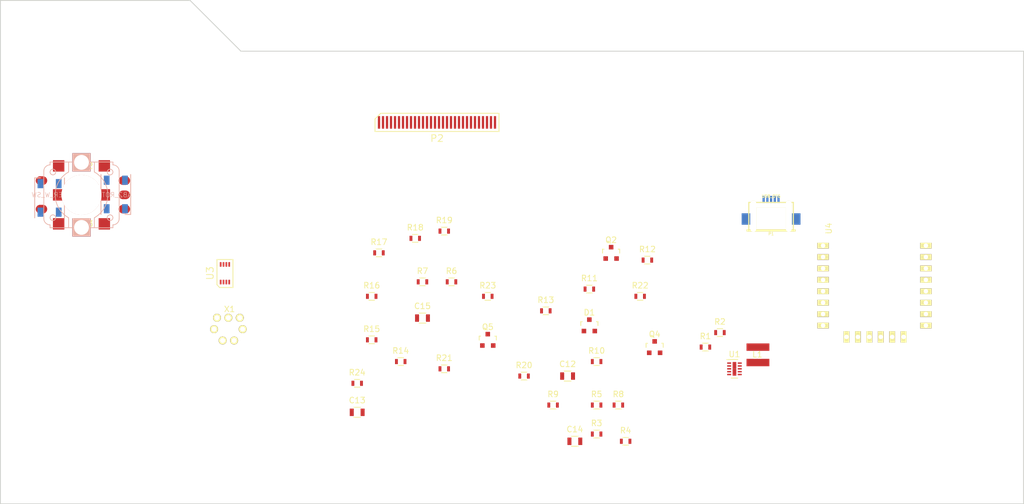
<source format=kicad_pcb>
(kicad_pcb (version 4) (host pcbnew 4.0.2-stable)

  (general
    (links 112)
    (no_connects 112)
    (area 20.024999 43.324999 199.275001 131.675001)
    (thickness 1.6)
    (drawings 7)
    (tracks 0)
    (zones 0)
    (modules 45)
    (nets 66)
  )

  (page A4)
  (layers
    (0 F.Cu signal)
    (31 B.Cu signal)
    (32 B.Adhes user)
    (33 F.Adhes user)
    (34 B.Paste user)
    (35 F.Paste user)
    (36 B.SilkS user)
    (37 F.SilkS user)
    (38 B.Mask user)
    (39 F.Mask user)
    (40 Dwgs.User user)
    (41 Cmts.User user)
    (42 Eco1.User user)
    (43 Eco2.User user)
    (44 Edge.Cuts user)
    (45 Margin user)
    (46 B.CrtYd user)
    (47 F.CrtYd user)
    (48 B.Fab user)
    (49 F.Fab user)
  )

  (setup
    (last_trace_width 0.25)
    (trace_clearance 0.2)
    (zone_clearance 0.508)
    (zone_45_only no)
    (trace_min 0.2)
    (segment_width 0.2)
    (edge_width 0.15)
    (via_size 0.6)
    (via_drill 0.4)
    (via_min_size 0.4)
    (via_min_drill 0.3)
    (uvia_size 0.3)
    (uvia_drill 0.1)
    (uvias_allowed no)
    (uvia_min_size 0.2)
    (uvia_min_drill 0.1)
    (pcb_text_width 0.3)
    (pcb_text_size 1.5 1.5)
    (mod_edge_width 0.15)
    (mod_text_size 1 1)
    (mod_text_width 0.15)
    (pad_size 1.524 1.524)
    (pad_drill 0.762)
    (pad_to_mask_clearance 0.2)
    (aux_axis_origin 0 0)
    (visible_elements 7FFFFFFF)
    (pcbplotparams
      (layerselection 0x00030_80000001)
      (usegerberextensions false)
      (excludeedgelayer true)
      (linewidth 0.100000)
      (plotframeref false)
      (viasonmask false)
      (mode 1)
      (useauxorigin false)
      (hpglpennumber 1)
      (hpglpenspeed 20)
      (hpglpendiameter 15)
      (hpglpenoverlay 2)
      (psnegative false)
      (psa4output false)
      (plotreference true)
      (plotvalue true)
      (plotinvisibletext false)
      (padsonsilk false)
      (subtractmaskfromsilk false)
      (outputformat 1)
      (mirror false)
      (drillshape 1)
      (scaleselection 1)
      (outputdirectory ""))
  )

  (net 0 "")
  (net 1 +3V3)
  (net 2 GND)
  (net 3 +12V)
  (net 4 "Net-(L1-Pad1)")
  (net 5 "Net-(C12-Pad1)")
  (net 6 "Net-(C12-Pad2)")
  (net 7 "Net-(C13-Pad1)")
  (net 8 "Net-(C13-Pad2)")
  (net 9 "Net-(C15-Pad1)")
  (net 10 /RXD)
  (net 11 "Net-(D1-Pad2)")
  (net 12 "Net-(D1-Pad3)")
  (net 13 GNDPWR)
  (net 14 /LED)
  (net 15 "Net-(LED1-Pad2)")
  (net 16 "Net-(LED1-Pad1)")
  (net 17 "Net-(LED2-Pad2)")
  (net 18 /Roomba_Wake)
  (net 19 "Net-(Q2-Pad3)")
  (net 20 "Net-(Q4-Pad1)")
  (net 21 "Net-(Q4-Pad3)")
  (net 22 /PowerOn)
  (net 23 "Net-(R1-Pad1)")
  (net 24 /RTS)
  (net 25 "Net-(Q1-Pad1)")
  (net 26 "Net-(R3-Pad2)")
  (net 27 "Net-(R4-Pad2)")
  (net 28 /DTR)
  (net 29 "Net-(Q3-Pad1)")
  (net 30 "Net-(R7-Pad1)")
  (net 31 /RST)
  (net 32 /TXD)
  (net 33 "Net-(R9-Pad2)")
  (net 34 /ADC)
  (net 35 +5V)
  (net 36 /Switch)
  (net 37 /Enc_B)
  (net 38 "Net-(R16-Pad2)")
  (net 39 /Enc_A)
  (net 40 "Net-(R17-Pad2)")
  (net 41 "Net-(R18-Pad1)")
  (net 42 "Net-(R19-Pad1)")
  (net 43 "Net-(R20-Pad1)")
  (net 44 "Net-(C10-Pad2)")
  (net 45 "Net-(P2-Pad26)")
  (net 46 /SCL)
  (net 47 /SDA)
  (net 48 "Net-(ROT_ENC1-Pad7)")
  (net 49 "Net-(U4-Pad9)")
  (net 50 "Net-(U4-Pad10)")
  (net 51 "Net-(U4-Pad11)")
  (net 52 "Net-(U4-Pad12)")
  (net 53 "Net-(U4-Pad13)")
  (net 54 "Net-(U4-Pad14)")
  (net 55 "Net-(P2-Pad7)")
  (net 56 "Net-(P2-Pad21)")
  (net 57 "Net-(P2-Pad22)")
  (net 58 "Net-(P2-Pad23)")
  (net 59 "Net-(P2-Pad24)")
  (net 60 "Net-(P2-Pad25)")
  (net 61 "Net-(C11-Pad1)")
  (net 62 "Net-(P1-Pad2)")
  (net 63 "Net-(P1-Pad3)")
  (net 64 "Net-(P1-Pad4)")
  (net 65 "Net-(U3-Pad6)")

  (net_class Default "This is the default net class."
    (clearance 0.2)
    (trace_width 0.25)
    (via_dia 0.6)
    (via_drill 0.4)
    (uvia_dia 0.3)
    (uvia_drill 0.1)
    (add_net +12V)
    (add_net +3V3)
    (add_net +5V)
    (add_net /ADC)
    (add_net /DTR)
    (add_net /Enc_A)
    (add_net /Enc_B)
    (add_net /LED)
    (add_net /PowerOn)
    (add_net /RST)
    (add_net /RTS)
    (add_net /RXD)
    (add_net /Roomba_Wake)
    (add_net /SCL)
    (add_net /SDA)
    (add_net /Switch)
    (add_net /TXD)
    (add_net GND)
    (add_net GNDPWR)
    (add_net "Net-(C10-Pad2)")
    (add_net "Net-(C11-Pad1)")
    (add_net "Net-(C12-Pad1)")
    (add_net "Net-(C12-Pad2)")
    (add_net "Net-(C13-Pad1)")
    (add_net "Net-(C13-Pad2)")
    (add_net "Net-(C15-Pad1)")
    (add_net "Net-(D1-Pad2)")
    (add_net "Net-(D1-Pad3)")
    (add_net "Net-(L1-Pad1)")
    (add_net "Net-(LED1-Pad1)")
    (add_net "Net-(LED1-Pad2)")
    (add_net "Net-(LED2-Pad2)")
    (add_net "Net-(P1-Pad2)")
    (add_net "Net-(P1-Pad3)")
    (add_net "Net-(P1-Pad4)")
    (add_net "Net-(P2-Pad21)")
    (add_net "Net-(P2-Pad22)")
    (add_net "Net-(P2-Pad23)")
    (add_net "Net-(P2-Pad24)")
    (add_net "Net-(P2-Pad25)")
    (add_net "Net-(P2-Pad26)")
    (add_net "Net-(P2-Pad7)")
    (add_net "Net-(Q1-Pad1)")
    (add_net "Net-(Q2-Pad3)")
    (add_net "Net-(Q3-Pad1)")
    (add_net "Net-(Q4-Pad1)")
    (add_net "Net-(Q4-Pad3)")
    (add_net "Net-(R1-Pad1)")
    (add_net "Net-(R16-Pad2)")
    (add_net "Net-(R17-Pad2)")
    (add_net "Net-(R18-Pad1)")
    (add_net "Net-(R19-Pad1)")
    (add_net "Net-(R20-Pad1)")
    (add_net "Net-(R3-Pad2)")
    (add_net "Net-(R4-Pad2)")
    (add_net "Net-(R7-Pad1)")
    (add_net "Net-(R9-Pad2)")
    (add_net "Net-(ROT_ENC1-Pad7)")
    (add_net "Net-(U3-Pad6)")
    (add_net "Net-(U4-Pad10)")
    (add_net "Net-(U4-Pad11)")
    (add_net "Net-(U4-Pad12)")
    (add_net "Net-(U4-Pad13)")
    (add_net "Net-(U4-Pad14)")
    (add_net "Net-(U4-Pad9)")
  )

  (module Resistors_SMD:R_0603 (layer F.Cu) (tedit 5415CC62) (tstamp 5724788B)
    (at 143.51 104.14)
    (descr "Resistor SMD 0603, reflow soldering, Vishay (see dcrcw.pdf)")
    (tags "resistor 0603")
    (path /572725E4)
    (attr smd)
    (fp_text reference R1 (at 0 -1.9) (layer F.SilkS)
      (effects (font (size 1 1) (thickness 0.15)))
    )
    (fp_text value 1M (at 0 1.9) (layer F.Fab)
      (effects (font (size 1 1) (thickness 0.15)))
    )
    (fp_line (start -1.3 -0.8) (end 1.3 -0.8) (layer F.CrtYd) (width 0.05))
    (fp_line (start -1.3 0.8) (end 1.3 0.8) (layer F.CrtYd) (width 0.05))
    (fp_line (start -1.3 -0.8) (end -1.3 0.8) (layer F.CrtYd) (width 0.05))
    (fp_line (start 1.3 -0.8) (end 1.3 0.8) (layer F.CrtYd) (width 0.05))
    (fp_line (start 0.5 0.675) (end -0.5 0.675) (layer F.SilkS) (width 0.15))
    (fp_line (start -0.5 -0.675) (end 0.5 -0.675) (layer F.SilkS) (width 0.15))
    (pad 1 smd rect (at -0.75 0) (size 0.5 0.9) (layers F.Cu F.Paste F.Mask)
      (net 23 "Net-(R1-Pad1)"))
    (pad 2 smd rect (at 0.75 0) (size 0.5 0.9) (layers F.Cu F.Paste F.Mask)
      (net 1 +3V3))
    (model Resistors_SMD.3dshapes/R_0603.wrl
      (at (xyz 0 0 0))
      (scale (xyz 1 1 1))
      (rotate (xyz 0 0 0))
    )
  )

  (module Resistors_SMD:R_0603 (layer F.Cu) (tedit 5415CC62) (tstamp 57247891)
    (at 146.05 101.6)
    (descr "Resistor SMD 0603, reflow soldering, Vishay (see dcrcw.pdf)")
    (tags "resistor 0603")
    (path /572915DF)
    (attr smd)
    (fp_text reference R2 (at 0 -1.9) (layer F.SilkS)
      (effects (font (size 1 1) (thickness 0.15)))
    )
    (fp_text value 10k (at 0 1.9) (layer F.Fab)
      (effects (font (size 1 1) (thickness 0.15)))
    )
    (fp_line (start -1.3 -0.8) (end 1.3 -0.8) (layer F.CrtYd) (width 0.05))
    (fp_line (start -1.3 0.8) (end 1.3 0.8) (layer F.CrtYd) (width 0.05))
    (fp_line (start -1.3 -0.8) (end -1.3 0.8) (layer F.CrtYd) (width 0.05))
    (fp_line (start 1.3 -0.8) (end 1.3 0.8) (layer F.CrtYd) (width 0.05))
    (fp_line (start 0.5 0.675) (end -0.5 0.675) (layer F.SilkS) (width 0.15))
    (fp_line (start -0.5 -0.675) (end 0.5 -0.675) (layer F.SilkS) (width 0.15))
    (pad 1 smd rect (at -0.75 0) (size 0.5 0.9) (layers F.Cu F.Paste F.Mask)
      (net 24 /RTS))
    (pad 2 smd rect (at 0.75 0) (size 0.5 0.9) (layers F.Cu F.Paste F.Mask)
      (net 25 "Net-(Q1-Pad1)"))
    (model Resistors_SMD.3dshapes/R_0603.wrl
      (at (xyz 0 0 0))
      (scale (xyz 1 1 1))
      (rotate (xyz 0 0 0))
    )
  )

  (module Housings_DFN_QFN:DFN-10-1EP_2x3mm_Pitch0.5mm (layer F.Cu) (tedit 54130A77) (tstamp 572478A1)
    (at 148.59 107.95)
    (descr "DDB Package; 10-Lead Plastic DFN (3mm x 2mm) (see Linear Technology DFN_10_05-08-1722.pdf)")
    (tags "DFN 0.5")
    (path /572473E2)
    (attr smd)
    (fp_text reference U1 (at 0 -2.55) (layer F.SilkS)
      (effects (font (size 1 1) (thickness 0.15)))
    )
    (fp_text value TPS62177 (at 0 2.55) (layer F.Fab)
      (effects (font (size 1 1) (thickness 0.15)))
    )
    (fp_line (start -1.55 -1.8) (end -1.55 1.8) (layer F.CrtYd) (width 0.05))
    (fp_line (start 1.55 -1.8) (end 1.55 1.8) (layer F.CrtYd) (width 0.05))
    (fp_line (start -1.55 -1.8) (end 1.55 -1.8) (layer F.CrtYd) (width 0.05))
    (fp_line (start -1.55 1.8) (end 1.55 1.8) (layer F.CrtYd) (width 0.05))
    (fp_line (start -0.575 1.625) (end 0.575 1.625) (layer F.SilkS) (width 0.15))
    (fp_line (start -1.35 -1.625) (end 0.575 -1.625) (layer F.SilkS) (width 0.15))
    (pad 1 smd rect (at -0.925 -1) (size 0.7 0.25) (layers F.Cu F.Paste F.Mask)
      (net 2 GND))
    (pad 2 smd rect (at -0.925 -0.5) (size 0.7 0.25) (layers F.Cu F.Paste F.Mask)
      (net 3 +12V))
    (pad 3 smd rect (at -0.925 0) (size 0.7 0.25) (layers F.Cu F.Paste F.Mask)
      (net 3 +12V))
    (pad 4 smd rect (at -0.925 0.5) (size 0.7 0.25) (layers F.Cu F.Paste F.Mask)
      (net 2 GND))
    (pad 5 smd rect (at -0.925 1) (size 0.7 0.25) (layers F.Cu F.Paste F.Mask)
      (net 2 GND))
    (pad 6 smd rect (at 0.925 1) (size 0.7 0.25) (layers F.Cu F.Paste F.Mask)
      (net 2 GND))
    (pad 7 smd rect (at 0.925 0.5) (size 0.7 0.25) (layers F.Cu F.Paste F.Mask)
      (net 26 "Net-(R3-Pad2)"))
    (pad 8 smd rect (at 0.925 0) (size 0.7 0.25) (layers F.Cu F.Paste F.Mask)
      (net 27 "Net-(R4-Pad2)"))
    (pad 9 smd rect (at 0.925 -0.5) (size 0.7 0.25) (layers F.Cu F.Paste F.Mask)
      (net 4 "Net-(L1-Pad1)"))
    (pad 10 smd rect (at 0.925 -1) (size 0.7 0.25) (layers F.Cu F.Paste F.Mask)
      (net 1 +3V3))
    (pad 11 smd rect (at 0 0.6) (size 0.64 1.2) (layers F.Cu F.Paste F.Mask)
      (net 2 GND) (solder_paste_margin_ratio -0.2))
    (pad 11 smd rect (at 0 -0.6) (size 0.64 1.2) (layers F.Cu F.Paste F.Mask)
      (net 2 GND) (solder_paste_margin_ratio -0.2))
    (model Housings_DFN_QFN.3dshapes/DFN-10-1EP_2x3mm_Pitch0.5mm.wrl
      (at (xyz 0 0 0))
      (scale (xyz 1 1 1))
      (rotate (xyz 0 0 0))
    )
  )

  (module Resistors_SMD:R_0805 (layer F.Cu) (tedit 5415CDEB) (tstamp 572786F1)
    (at 119.38 109.22)
    (descr "Resistor SMD 0805, reflow soldering, Vishay (see dcrcw.pdf)")
    (tags "resistor 0805")
    (path /5724CE97)
    (attr smd)
    (fp_text reference C12 (at 0 -2.1) (layer F.SilkS)
      (effects (font (size 1 1) (thickness 0.15)))
    )
    (fp_text value 1u (at 0 2.1) (layer F.Fab)
      (effects (font (size 1 1) (thickness 0.15)))
    )
    (fp_line (start -1.6 -1) (end 1.6 -1) (layer F.CrtYd) (width 0.05))
    (fp_line (start -1.6 1) (end 1.6 1) (layer F.CrtYd) (width 0.05))
    (fp_line (start -1.6 -1) (end -1.6 1) (layer F.CrtYd) (width 0.05))
    (fp_line (start 1.6 -1) (end 1.6 1) (layer F.CrtYd) (width 0.05))
    (fp_line (start 0.6 0.875) (end -0.6 0.875) (layer F.SilkS) (width 0.15))
    (fp_line (start -0.6 -0.875) (end 0.6 -0.875) (layer F.SilkS) (width 0.15))
    (pad 1 smd rect (at -0.95 0) (size 0.7 1.3) (layers F.Cu F.Paste F.Mask)
      (net 5 "Net-(C12-Pad1)"))
    (pad 2 smd rect (at 0.95 0) (size 0.7 1.3) (layers F.Cu F.Paste F.Mask)
      (net 6 "Net-(C12-Pad2)"))
    (model Resistors_SMD.3dshapes/R_0805.wrl
      (at (xyz 0 0 0))
      (scale (xyz 1 1 1))
      (rotate (xyz 0 0 0))
    )
  )

  (module Resistors_SMD:R_0805 (layer F.Cu) (tedit 5415CDEB) (tstamp 572786F7)
    (at 82.55 115.57)
    (descr "Resistor SMD 0805, reflow soldering, Vishay (see dcrcw.pdf)")
    (tags "resistor 0805")
    (path /5724D09E)
    (attr smd)
    (fp_text reference C13 (at 0 -2.1) (layer F.SilkS)
      (effects (font (size 1 1) (thickness 0.15)))
    )
    (fp_text value 1u (at 0 2.1) (layer F.Fab)
      (effects (font (size 1 1) (thickness 0.15)))
    )
    (fp_line (start -1.6 -1) (end 1.6 -1) (layer F.CrtYd) (width 0.05))
    (fp_line (start -1.6 1) (end 1.6 1) (layer F.CrtYd) (width 0.05))
    (fp_line (start -1.6 -1) (end -1.6 1) (layer F.CrtYd) (width 0.05))
    (fp_line (start 1.6 -1) (end 1.6 1) (layer F.CrtYd) (width 0.05))
    (fp_line (start 0.6 0.875) (end -0.6 0.875) (layer F.SilkS) (width 0.15))
    (fp_line (start -0.6 -0.875) (end 0.6 -0.875) (layer F.SilkS) (width 0.15))
    (pad 1 smd rect (at -0.95 0) (size 0.7 1.3) (layers F.Cu F.Paste F.Mask)
      (net 7 "Net-(C13-Pad1)"))
    (pad 2 smd rect (at 0.95 0) (size 0.7 1.3) (layers F.Cu F.Paste F.Mask)
      (net 8 "Net-(C13-Pad2)"))
    (model Resistors_SMD.3dshapes/R_0805.wrl
      (at (xyz 0 0 0))
      (scale (xyz 1 1 1))
      (rotate (xyz 0 0 0))
    )
  )

  (module Resistors_SMD:R_0805 (layer F.Cu) (tedit 5415CDEB) (tstamp 572786FD)
    (at 120.65 120.65)
    (descr "Resistor SMD 0805, reflow soldering, Vishay (see dcrcw.pdf)")
    (tags "resistor 0805")
    (path /5724E566)
    (attr smd)
    (fp_text reference C14 (at 0 -2.1) (layer F.SilkS)
      (effects (font (size 1 1) (thickness 0.15)))
    )
    (fp_text value 2u2 (at 0 2.1) (layer F.Fab)
      (effects (font (size 1 1) (thickness 0.15)))
    )
    (fp_line (start -1.6 -1) (end 1.6 -1) (layer F.CrtYd) (width 0.05))
    (fp_line (start -1.6 1) (end 1.6 1) (layer F.CrtYd) (width 0.05))
    (fp_line (start -1.6 -1) (end -1.6 1) (layer F.CrtYd) (width 0.05))
    (fp_line (start 1.6 -1) (end 1.6 1) (layer F.CrtYd) (width 0.05))
    (fp_line (start 0.6 0.875) (end -0.6 0.875) (layer F.SilkS) (width 0.15))
    (fp_line (start -0.6 -0.875) (end 0.6 -0.875) (layer F.SilkS) (width 0.15))
    (pad 1 smd rect (at -0.95 0) (size 0.7 1.3) (layers F.Cu F.Paste F.Mask)
      (net 1 +3V3))
    (pad 2 smd rect (at 0.95 0) (size 0.7 1.3) (layers F.Cu F.Paste F.Mask)
      (net 2 GND))
    (model Resistors_SMD.3dshapes/R_0805.wrl
      (at (xyz 0 0 0))
      (scale (xyz 1 1 1))
      (rotate (xyz 0 0 0))
    )
  )

  (module Resistors_SMD:R_0805 (layer F.Cu) (tedit 5415CDEB) (tstamp 57278703)
    (at 93.98 99.06)
    (descr "Resistor SMD 0805, reflow soldering, Vishay (see dcrcw.pdf)")
    (tags "resistor 0805")
    (path /5724D935)
    (attr smd)
    (fp_text reference C15 (at 0 -2.1) (layer F.SilkS)
      (effects (font (size 1 1) (thickness 0.15)))
    )
    (fp_text value 2u2 (at 0 2.1) (layer F.Fab)
      (effects (font (size 1 1) (thickness 0.15)))
    )
    (fp_line (start -1.6 -1) (end 1.6 -1) (layer F.CrtYd) (width 0.05))
    (fp_line (start -1.6 1) (end 1.6 1) (layer F.CrtYd) (width 0.05))
    (fp_line (start -1.6 -1) (end -1.6 1) (layer F.CrtYd) (width 0.05))
    (fp_line (start 1.6 -1) (end 1.6 1) (layer F.CrtYd) (width 0.05))
    (fp_line (start 0.6 0.875) (end -0.6 0.875) (layer F.SilkS) (width 0.15))
    (fp_line (start -0.6 -0.875) (end 0.6 -0.875) (layer F.SilkS) (width 0.15))
    (pad 1 smd rect (at -0.95 0) (size 0.7 1.3) (layers F.Cu F.Paste F.Mask)
      (net 9 "Net-(C15-Pad1)"))
    (pad 2 smd rect (at 0.95 0) (size 0.7 1.3) (layers F.Cu F.Paste F.Mask)
      (net 2 GND))
    (model Resistors_SMD.3dshapes/R_0805.wrl
      (at (xyz 0 0 0))
      (scale (xyz 1 1 1))
      (rotate (xyz 0 0 0))
    )
  )

  (module TO_SOT_Packages_SMD:SOT-23 (layer F.Cu) (tedit 553634F8) (tstamp 5727870A)
    (at 123.19 100.33)
    (descr "SOT-23, Standard")
    (tags SOT-23)
    (path /5727DD66)
    (attr smd)
    (fp_text reference D1 (at 0 -2.25) (layer F.SilkS)
      (effects (font (size 1 1) (thickness 0.15)))
    )
    (fp_text value D_Schottky_x2_ACom_AKK (at 0 2.3) (layer F.Fab)
      (effects (font (size 1 1) (thickness 0.15)))
    )
    (fp_line (start -1.65 -1.6) (end 1.65 -1.6) (layer F.CrtYd) (width 0.05))
    (fp_line (start 1.65 -1.6) (end 1.65 1.6) (layer F.CrtYd) (width 0.05))
    (fp_line (start 1.65 1.6) (end -1.65 1.6) (layer F.CrtYd) (width 0.05))
    (fp_line (start -1.65 1.6) (end -1.65 -1.6) (layer F.CrtYd) (width 0.05))
    (fp_line (start 1.29916 -0.65024) (end 1.2509 -0.65024) (layer F.SilkS) (width 0.15))
    (fp_line (start -1.49982 0.0508) (end -1.49982 -0.65024) (layer F.SilkS) (width 0.15))
    (fp_line (start -1.49982 -0.65024) (end -1.2509 -0.65024) (layer F.SilkS) (width 0.15))
    (fp_line (start 1.29916 -0.65024) (end 1.49982 -0.65024) (layer F.SilkS) (width 0.15))
    (fp_line (start 1.49982 -0.65024) (end 1.49982 0.0508) (layer F.SilkS) (width 0.15))
    (pad 1 smd rect (at -0.95 1.00076) (size 0.8001 0.8001) (layers F.Cu F.Paste F.Mask)
      (net 10 /RXD))
    (pad 2 smd rect (at 0.95 1.00076) (size 0.8001 0.8001) (layers F.Cu F.Paste F.Mask)
      (net 11 "Net-(D1-Pad2)"))
    (pad 3 smd rect (at 0 -0.99822) (size 0.8001 0.8001) (layers F.Cu F.Paste F.Mask)
      (net 12 "Net-(D1-Pad3)"))
    (model TO_SOT_Packages_SMD.3dshapes/SOT-23.wrl
      (at (xyz 0 0 0))
      (scale (xyz 1 1 1))
      (rotate (xyz 0 0 0))
    )
  )

  (module LEDs:LED_WS2812B-PLCC4 (layer B.Cu) (tedit 56C9C7F7) (tstamp 57278712)
    (at 28.7 78 90)
    (descr http://www.world-semi.com/uploads/soft/150522/1-150522091P5.pdf)
    (tags "LED NeoPixel")
    (path /5724849A)
    (attr smd)
    (fp_text reference LED1 (at 0 3.5 90) (layer B.SilkS)
      (effects (font (size 1 1) (thickness 0.15)) (justify mirror))
    )
    (fp_text value WS2812B (at 0 -4 90) (layer B.Fab)
      (effects (font (size 1 1) (thickness 0.15)) (justify mirror))
    )
    (fp_line (start 3.75 2.85) (end -3.75 2.85) (layer B.CrtYd) (width 0.05))
    (fp_line (start 3.75 -2.85) (end 3.75 2.85) (layer B.CrtYd) (width 0.05))
    (fp_line (start -3.75 -2.85) (end 3.75 -2.85) (layer B.CrtYd) (width 0.05))
    (fp_line (start -3.75 2.85) (end -3.75 -2.85) (layer B.CrtYd) (width 0.05))
    (fp_line (start 2.5 -1.5) (end 1.5 -2.5) (layer Dwgs.User) (width 0.1))
    (fp_line (start -2.5 2.5) (end -2.5 -2.5) (layer Dwgs.User) (width 0.1))
    (fp_line (start -2.5 -2.5) (end 2.5 -2.5) (layer Dwgs.User) (width 0.1))
    (fp_line (start 2.5 -2.5) (end 2.5 2.5) (layer Dwgs.User) (width 0.1))
    (fp_line (start 2.5 2.5) (end -2.5 2.5) (layer Dwgs.User) (width 0.1))
    (fp_line (start -3.5 2.6) (end 3.5 2.6) (layer B.SilkS) (width 0.15))
    (fp_line (start -3.5 -2.6) (end 3.5 -2.6) (layer B.SilkS) (width 0.15))
    (fp_line (start 3.5 -2.6) (end 3.5 -1.6) (layer B.SilkS) (width 0.15))
    (fp_circle (center 0 0) (end 0 2) (layer Dwgs.User) (width 0.1))
    (pad 3 smd rect (at 2.5 -1.6 90) (size 1.6 1) (layers B.Cu B.Paste B.Mask)
      (net 13 GNDPWR))
    (pad 4 smd rect (at 2.5 1.6 90) (size 1.6 1) (layers B.Cu B.Paste B.Mask)
      (net 14 /LED))
    (pad 2 smd rect (at -2.5 -1.6 90) (size 1.6 1) (layers B.Cu B.Paste B.Mask)
      (net 15 "Net-(LED1-Pad2)"))
    (pad 1 smd rect (at -2.5 1.6 90) (size 1.6 1) (layers B.Cu B.Paste B.Mask)
      (net 16 "Net-(LED1-Pad1)"))
    (model LEDs.3dshapes/LED_WS2812B-PLCC4.wrl
      (at (xyz 0 0 0.004))
      (scale (xyz 0.385 0.385 0.385))
      (rotate (xyz 0 0 180))
    )
  )

  (module LEDs:LED_WS2812B-PLCC4 (layer B.Cu) (tedit 56C9C7F7) (tstamp 5727871A)
    (at 40.3 77.4 270)
    (descr http://www.world-semi.com/uploads/soft/150522/1-150522091P5.pdf)
    (tags "LED NeoPixel")
    (path /57248517)
    (attr smd)
    (fp_text reference LED2 (at 0 3.5 270) (layer B.SilkS)
      (effects (font (size 1 1) (thickness 0.15)) (justify mirror))
    )
    (fp_text value WS2812B (at 0 -4 270) (layer B.Fab)
      (effects (font (size 1 1) (thickness 0.15)) (justify mirror))
    )
    (fp_line (start 3.75 2.85) (end -3.75 2.85) (layer B.CrtYd) (width 0.05))
    (fp_line (start 3.75 -2.85) (end 3.75 2.85) (layer B.CrtYd) (width 0.05))
    (fp_line (start -3.75 -2.85) (end 3.75 -2.85) (layer B.CrtYd) (width 0.05))
    (fp_line (start -3.75 2.85) (end -3.75 -2.85) (layer B.CrtYd) (width 0.05))
    (fp_line (start 2.5 -1.5) (end 1.5 -2.5) (layer Dwgs.User) (width 0.1))
    (fp_line (start -2.5 2.5) (end -2.5 -2.5) (layer Dwgs.User) (width 0.1))
    (fp_line (start -2.5 -2.5) (end 2.5 -2.5) (layer Dwgs.User) (width 0.1))
    (fp_line (start 2.5 -2.5) (end 2.5 2.5) (layer Dwgs.User) (width 0.1))
    (fp_line (start 2.5 2.5) (end -2.5 2.5) (layer Dwgs.User) (width 0.1))
    (fp_line (start -3.5 2.6) (end 3.5 2.6) (layer B.SilkS) (width 0.15))
    (fp_line (start -3.5 -2.6) (end 3.5 -2.6) (layer B.SilkS) (width 0.15))
    (fp_line (start 3.5 -2.6) (end 3.5 -1.6) (layer B.SilkS) (width 0.15))
    (fp_circle (center 0 0) (end 0 2) (layer Dwgs.User) (width 0.1))
    (pad 3 smd rect (at 2.5 -1.6 270) (size 1.6 1) (layers B.Cu B.Paste B.Mask)
      (net 13 GNDPWR))
    (pad 4 smd rect (at 2.5 1.6 270) (size 1.6 1) (layers B.Cu B.Paste B.Mask)
      (net 15 "Net-(LED1-Pad2)"))
    (pad 2 smd rect (at -2.5 -1.6 270) (size 1.6 1) (layers B.Cu B.Paste B.Mask)
      (net 17 "Net-(LED2-Pad2)"))
    (pad 1 smd rect (at -2.5 1.6 270) (size 1.6 1) (layers B.Cu B.Paste B.Mask)
      (net 16 "Net-(LED1-Pad1)"))
    (model LEDs.3dshapes/LED_WS2812B-PLCC4.wrl
      (at (xyz 0 0 0.004))
      (scale (xyz 0.385 0.385 0.385))
      (rotate (xyz 0 0 180))
    )
  )

  (module TO_SOT_Packages_SMD:SOT-23 (layer F.Cu) (tedit 553634F8) (tstamp 57278721)
    (at 127 87.63)
    (descr "SOT-23, Standard")
    (tags SOT-23)
    (path /5725B2B7)
    (attr smd)
    (fp_text reference Q2 (at 0 -2.25) (layer F.SilkS)
      (effects (font (size 1 1) (thickness 0.15)))
    )
    (fp_text value 2N7002 (at 0 2.3) (layer F.Fab)
      (effects (font (size 1 1) (thickness 0.15)))
    )
    (fp_line (start -1.65 -1.6) (end 1.65 -1.6) (layer F.CrtYd) (width 0.05))
    (fp_line (start 1.65 -1.6) (end 1.65 1.6) (layer F.CrtYd) (width 0.05))
    (fp_line (start 1.65 1.6) (end -1.65 1.6) (layer F.CrtYd) (width 0.05))
    (fp_line (start -1.65 1.6) (end -1.65 -1.6) (layer F.CrtYd) (width 0.05))
    (fp_line (start 1.29916 -0.65024) (end 1.2509 -0.65024) (layer F.SilkS) (width 0.15))
    (fp_line (start -1.49982 0.0508) (end -1.49982 -0.65024) (layer F.SilkS) (width 0.15))
    (fp_line (start -1.49982 -0.65024) (end -1.2509 -0.65024) (layer F.SilkS) (width 0.15))
    (fp_line (start 1.29916 -0.65024) (end 1.49982 -0.65024) (layer F.SilkS) (width 0.15))
    (fp_line (start 1.49982 -0.65024) (end 1.49982 0.0508) (layer F.SilkS) (width 0.15))
    (pad 1 smd rect (at -0.95 1.00076) (size 0.8001 0.8001) (layers F.Cu F.Paste F.Mask)
      (net 18 /Roomba_Wake))
    (pad 2 smd rect (at 0.95 1.00076) (size 0.8001 0.8001) (layers F.Cu F.Paste F.Mask)
      (net 2 GND))
    (pad 3 smd rect (at 0 -0.99822) (size 0.8001 0.8001) (layers F.Cu F.Paste F.Mask)
      (net 19 "Net-(Q2-Pad3)"))
    (model TO_SOT_Packages_SMD.3dshapes/SOT-23.wrl
      (at (xyz 0 0 0))
      (scale (xyz 1 1 1))
      (rotate (xyz 0 0 0))
    )
  )

  (module TO_SOT_Packages_SMD:SOT-23 (layer F.Cu) (tedit 553634F8) (tstamp 57278728)
    (at 134.62 104.14)
    (descr "SOT-23, Standard")
    (tags SOT-23)
    (path /5725D186)
    (attr smd)
    (fp_text reference Q4 (at 0 -2.25) (layer F.SilkS)
      (effects (font (size 1 1) (thickness 0.15)))
    )
    (fp_text value 2N7002 (at 0 2.3) (layer F.Fab)
      (effects (font (size 1 1) (thickness 0.15)))
    )
    (fp_line (start -1.65 -1.6) (end 1.65 -1.6) (layer F.CrtYd) (width 0.05))
    (fp_line (start 1.65 -1.6) (end 1.65 1.6) (layer F.CrtYd) (width 0.05))
    (fp_line (start 1.65 1.6) (end -1.65 1.6) (layer F.CrtYd) (width 0.05))
    (fp_line (start -1.65 1.6) (end -1.65 -1.6) (layer F.CrtYd) (width 0.05))
    (fp_line (start 1.29916 -0.65024) (end 1.2509 -0.65024) (layer F.SilkS) (width 0.15))
    (fp_line (start -1.49982 0.0508) (end -1.49982 -0.65024) (layer F.SilkS) (width 0.15))
    (fp_line (start -1.49982 -0.65024) (end -1.2509 -0.65024) (layer F.SilkS) (width 0.15))
    (fp_line (start 1.29916 -0.65024) (end 1.49982 -0.65024) (layer F.SilkS) (width 0.15))
    (fp_line (start 1.49982 -0.65024) (end 1.49982 0.0508) (layer F.SilkS) (width 0.15))
    (pad 1 smd rect (at -0.95 1.00076) (size 0.8001 0.8001) (layers F.Cu F.Paste F.Mask)
      (net 20 "Net-(Q4-Pad1)"))
    (pad 2 smd rect (at 0.95 1.00076) (size 0.8001 0.8001) (layers F.Cu F.Paste F.Mask)
      (net 2 GND))
    (pad 3 smd rect (at 0 -0.99822) (size 0.8001 0.8001) (layers F.Cu F.Paste F.Mask)
      (net 21 "Net-(Q4-Pad3)"))
    (model TO_SOT_Packages_SMD.3dshapes/SOT-23.wrl
      (at (xyz 0 0 0))
      (scale (xyz 1 1 1))
      (rotate (xyz 0 0 0))
    )
  )

  (module TO_SOT_Packages_SMD:SOT-23 (layer F.Cu) (tedit 553634F8) (tstamp 5727872F)
    (at 105.41 102.87)
    (descr "SOT-23, Standard")
    (tags SOT-23)
    (path /572865AF)
    (attr smd)
    (fp_text reference Q5 (at 0 -2.25) (layer F.SilkS)
      (effects (font (size 1 1) (thickness 0.15)))
    )
    (fp_text value 2N7002 (at 0 2.3) (layer F.Fab)
      (effects (font (size 1 1) (thickness 0.15)))
    )
    (fp_line (start -1.65 -1.6) (end 1.65 -1.6) (layer F.CrtYd) (width 0.05))
    (fp_line (start 1.65 -1.6) (end 1.65 1.6) (layer F.CrtYd) (width 0.05))
    (fp_line (start 1.65 1.6) (end -1.65 1.6) (layer F.CrtYd) (width 0.05))
    (fp_line (start -1.65 1.6) (end -1.65 -1.6) (layer F.CrtYd) (width 0.05))
    (fp_line (start 1.29916 -0.65024) (end 1.2509 -0.65024) (layer F.SilkS) (width 0.15))
    (fp_line (start -1.49982 0.0508) (end -1.49982 -0.65024) (layer F.SilkS) (width 0.15))
    (fp_line (start -1.49982 -0.65024) (end -1.2509 -0.65024) (layer F.SilkS) (width 0.15))
    (fp_line (start 1.29916 -0.65024) (end 1.49982 -0.65024) (layer F.SilkS) (width 0.15))
    (fp_line (start 1.49982 -0.65024) (end 1.49982 0.0508) (layer F.SilkS) (width 0.15))
    (pad 1 smd rect (at -0.95 1.00076) (size 0.8001 0.8001) (layers F.Cu F.Paste F.Mask)
      (net 22 /PowerOn))
    (pad 2 smd rect (at 0.95 1.00076) (size 0.8001 0.8001) (layers F.Cu F.Paste F.Mask)
      (net 2 GND))
    (pad 3 smd rect (at 0 -0.99822) (size 0.8001 0.8001) (layers F.Cu F.Paste F.Mask)
      (net 13 GNDPWR))
    (model TO_SOT_Packages_SMD.3dshapes/SOT-23.wrl
      (at (xyz 0 0 0))
      (scale (xyz 1 1 1))
      (rotate (xyz 0 0 0))
    )
  )

  (module Resistors_SMD:R_0603 (layer F.Cu) (tedit 5415CC62) (tstamp 57278735)
    (at 124.46 119.38)
    (descr "Resistor SMD 0603, reflow soldering, Vishay (see dcrcw.pdf)")
    (tags "resistor 0603")
    (path /57247629)
    (attr smd)
    (fp_text reference R3 (at 0 -1.9) (layer F.SilkS)
      (effects (font (size 1 1) (thickness 0.15)))
    )
    (fp_text value 100k (at 0 1.9) (layer F.Fab)
      (effects (font (size 1 1) (thickness 0.15)))
    )
    (fp_line (start -1.3 -0.8) (end 1.3 -0.8) (layer F.CrtYd) (width 0.05))
    (fp_line (start -1.3 0.8) (end 1.3 0.8) (layer F.CrtYd) (width 0.05))
    (fp_line (start -1.3 -0.8) (end -1.3 0.8) (layer F.CrtYd) (width 0.05))
    (fp_line (start 1.3 -0.8) (end 1.3 0.8) (layer F.CrtYd) (width 0.05))
    (fp_line (start 0.5 0.675) (end -0.5 0.675) (layer F.SilkS) (width 0.15))
    (fp_line (start -0.5 -0.675) (end 0.5 -0.675) (layer F.SilkS) (width 0.15))
    (pad 1 smd rect (at -0.75 0) (size 0.5 0.9) (layers F.Cu F.Paste F.Mask)
      (net 1 +3V3))
    (pad 2 smd rect (at 0.75 0) (size 0.5 0.9) (layers F.Cu F.Paste F.Mask)
      (net 26 "Net-(R3-Pad2)"))
    (model Resistors_SMD.3dshapes/R_0603.wrl
      (at (xyz 0 0 0))
      (scale (xyz 1 1 1))
      (rotate (xyz 0 0 0))
    )
  )

  (module Resistors_SMD:R_0603 (layer F.Cu) (tedit 5415CC62) (tstamp 5727873B)
    (at 129.54 120.65)
    (descr "Resistor SMD 0603, reflow soldering, Vishay (see dcrcw.pdf)")
    (tags "resistor 0603")
    (path /572479D9)
    (attr smd)
    (fp_text reference R4 (at 0 -1.9) (layer F.SilkS)
      (effects (font (size 1 1) (thickness 0.15)))
    )
    (fp_text value 100k (at 0 1.9) (layer F.Fab)
      (effects (font (size 1 1) (thickness 0.15)))
    )
    (fp_line (start -1.3 -0.8) (end 1.3 -0.8) (layer F.CrtYd) (width 0.05))
    (fp_line (start -1.3 0.8) (end 1.3 0.8) (layer F.CrtYd) (width 0.05))
    (fp_line (start -1.3 -0.8) (end -1.3 0.8) (layer F.CrtYd) (width 0.05))
    (fp_line (start 1.3 -0.8) (end 1.3 0.8) (layer F.CrtYd) (width 0.05))
    (fp_line (start 0.5 0.675) (end -0.5 0.675) (layer F.SilkS) (width 0.15))
    (fp_line (start -0.5 -0.675) (end 0.5 -0.675) (layer F.SilkS) (width 0.15))
    (pad 1 smd rect (at -0.75 0) (size 0.5 0.9) (layers F.Cu F.Paste F.Mask)
      (net 1 +3V3))
    (pad 2 smd rect (at 0.75 0) (size 0.5 0.9) (layers F.Cu F.Paste F.Mask)
      (net 27 "Net-(R4-Pad2)"))
    (model Resistors_SMD.3dshapes/R_0603.wrl
      (at (xyz 0 0 0))
      (scale (xyz 1 1 1))
      (rotate (xyz 0 0 0))
    )
  )

  (module Resistors_SMD:R_0603 (layer F.Cu) (tedit 5415CC62) (tstamp 57278741)
    (at 124.46 114.3)
    (descr "Resistor SMD 0603, reflow soldering, Vishay (see dcrcw.pdf)")
    (tags "resistor 0603")
    (path /5725B856)
    (attr smd)
    (fp_text reference R5 (at 0 -1.9) (layer F.SilkS)
      (effects (font (size 1 1) (thickness 0.15)))
    )
    (fp_text value 100k (at 0 1.9) (layer F.Fab)
      (effects (font (size 1 1) (thickness 0.15)))
    )
    (fp_line (start -1.3 -0.8) (end 1.3 -0.8) (layer F.CrtYd) (width 0.05))
    (fp_line (start -1.3 0.8) (end 1.3 0.8) (layer F.CrtYd) (width 0.05))
    (fp_line (start -1.3 -0.8) (end -1.3 0.8) (layer F.CrtYd) (width 0.05))
    (fp_line (start 1.3 -0.8) (end 1.3 0.8) (layer F.CrtYd) (width 0.05))
    (fp_line (start 0.5 0.675) (end -0.5 0.675) (layer F.SilkS) (width 0.15))
    (fp_line (start -0.5 -0.675) (end 0.5 -0.675) (layer F.SilkS) (width 0.15))
    (pad 1 smd rect (at -0.75 0) (size 0.5 0.9) (layers F.Cu F.Paste F.Mask)
      (net 2 GND))
    (pad 2 smd rect (at 0.75 0) (size 0.5 0.9) (layers F.Cu F.Paste F.Mask)
      (net 18 /Roomba_Wake))
    (model Resistors_SMD.3dshapes/R_0603.wrl
      (at (xyz 0 0 0))
      (scale (xyz 1 1 1))
      (rotate (xyz 0 0 0))
    )
  )

  (module Resistors_SMD:R_0603 (layer F.Cu) (tedit 5415CC62) (tstamp 57278747)
    (at 99.06 92.71)
    (descr "Resistor SMD 0603, reflow soldering, Vishay (see dcrcw.pdf)")
    (tags "resistor 0603")
    (path /5729114E)
    (attr smd)
    (fp_text reference R6 (at 0 -1.9) (layer F.SilkS)
      (effects (font (size 1 1) (thickness 0.15)))
    )
    (fp_text value 10k (at 0 1.9) (layer F.Fab)
      (effects (font (size 1 1) (thickness 0.15)))
    )
    (fp_line (start -1.3 -0.8) (end 1.3 -0.8) (layer F.CrtYd) (width 0.05))
    (fp_line (start -1.3 0.8) (end 1.3 0.8) (layer F.CrtYd) (width 0.05))
    (fp_line (start -1.3 -0.8) (end -1.3 0.8) (layer F.CrtYd) (width 0.05))
    (fp_line (start 1.3 -0.8) (end 1.3 0.8) (layer F.CrtYd) (width 0.05))
    (fp_line (start 0.5 0.675) (end -0.5 0.675) (layer F.SilkS) (width 0.15))
    (fp_line (start -0.5 -0.675) (end 0.5 -0.675) (layer F.SilkS) (width 0.15))
    (pad 1 smd rect (at -0.75 0) (size 0.5 0.9) (layers F.Cu F.Paste F.Mask)
      (net 28 /DTR))
    (pad 2 smd rect (at 0.75 0) (size 0.5 0.9) (layers F.Cu F.Paste F.Mask)
      (net 29 "Net-(Q3-Pad1)"))
    (model Resistors_SMD.3dshapes/R_0603.wrl
      (at (xyz 0 0 0))
      (scale (xyz 1 1 1))
      (rotate (xyz 0 0 0))
    )
  )

  (module Resistors_SMD:R_0603 (layer F.Cu) (tedit 5415CC62) (tstamp 5727874D)
    (at 93.98 92.71)
    (descr "Resistor SMD 0603, reflow soldering, Vishay (see dcrcw.pdf)")
    (tags "resistor 0603")
    (path /57277DBA)
    (attr smd)
    (fp_text reference R7 (at 0 -1.9) (layer F.SilkS)
      (effects (font (size 1 1) (thickness 0.15)))
    )
    (fp_text value 10k (at 0 1.9) (layer F.Fab)
      (effects (font (size 1 1) (thickness 0.15)))
    )
    (fp_line (start -1.3 -0.8) (end 1.3 -0.8) (layer F.CrtYd) (width 0.05))
    (fp_line (start -1.3 0.8) (end 1.3 0.8) (layer F.CrtYd) (width 0.05))
    (fp_line (start -1.3 -0.8) (end -1.3 0.8) (layer F.CrtYd) (width 0.05))
    (fp_line (start 1.3 -0.8) (end 1.3 0.8) (layer F.CrtYd) (width 0.05))
    (fp_line (start 0.5 0.675) (end -0.5 0.675) (layer F.SilkS) (width 0.15))
    (fp_line (start -0.5 -0.675) (end 0.5 -0.675) (layer F.SilkS) (width 0.15))
    (pad 1 smd rect (at -0.75 0) (size 0.5 0.9) (layers F.Cu F.Paste F.Mask)
      (net 30 "Net-(R7-Pad1)"))
    (pad 2 smd rect (at 0.75 0) (size 0.5 0.9) (layers F.Cu F.Paste F.Mask)
      (net 31 /RST))
    (model Resistors_SMD.3dshapes/R_0603.wrl
      (at (xyz 0 0 0))
      (scale (xyz 1 1 1))
      (rotate (xyz 0 0 0))
    )
  )

  (module Resistors_SMD:R_0603 (layer F.Cu) (tedit 5415CC62) (tstamp 57278753)
    (at 128.27 114.3)
    (descr "Resistor SMD 0603, reflow soldering, Vishay (see dcrcw.pdf)")
    (tags "resistor 0603")
    (path /5725D1FB)
    (attr smd)
    (fp_text reference R8 (at 0 -1.9) (layer F.SilkS)
      (effects (font (size 1 1) (thickness 0.15)))
    )
    (fp_text value 100k (at 0 1.9) (layer F.Fab)
      (effects (font (size 1 1) (thickness 0.15)))
    )
    (fp_line (start -1.3 -0.8) (end 1.3 -0.8) (layer F.CrtYd) (width 0.05))
    (fp_line (start -1.3 0.8) (end 1.3 0.8) (layer F.CrtYd) (width 0.05))
    (fp_line (start -1.3 -0.8) (end -1.3 0.8) (layer F.CrtYd) (width 0.05))
    (fp_line (start 1.3 -0.8) (end 1.3 0.8) (layer F.CrtYd) (width 0.05))
    (fp_line (start 0.5 0.675) (end -0.5 0.675) (layer F.SilkS) (width 0.15))
    (fp_line (start -0.5 -0.675) (end 0.5 -0.675) (layer F.SilkS) (width 0.15))
    (pad 1 smd rect (at -0.75 0) (size 0.5 0.9) (layers F.Cu F.Paste F.Mask)
      (net 1 +3V3))
    (pad 2 smd rect (at 0.75 0) (size 0.5 0.9) (layers F.Cu F.Paste F.Mask)
      (net 32 /TXD))
    (model Resistors_SMD.3dshapes/R_0603.wrl
      (at (xyz 0 0 0))
      (scale (xyz 1 1 1))
      (rotate (xyz 0 0 0))
    )
  )

  (module Resistors_SMD:R_0603 (layer F.Cu) (tedit 5415CC62) (tstamp 57278759)
    (at 116.84 114.3)
    (descr "Resistor SMD 0603, reflow soldering, Vishay (see dcrcw.pdf)")
    (tags "resistor 0603")
    (path /5728CE2B)
    (attr smd)
    (fp_text reference R9 (at 0 -1.9) (layer F.SilkS)
      (effects (font (size 1 1) (thickness 0.15)))
    )
    (fp_text value 100k (at 0 1.9) (layer F.Fab)
      (effects (font (size 1 1) (thickness 0.15)))
    )
    (fp_line (start -1.3 -0.8) (end 1.3 -0.8) (layer F.CrtYd) (width 0.05))
    (fp_line (start -1.3 0.8) (end 1.3 0.8) (layer F.CrtYd) (width 0.05))
    (fp_line (start -1.3 -0.8) (end -1.3 0.8) (layer F.CrtYd) (width 0.05))
    (fp_line (start 1.3 -0.8) (end 1.3 0.8) (layer F.CrtYd) (width 0.05))
    (fp_line (start 0.5 0.675) (end -0.5 0.675) (layer F.SilkS) (width 0.15))
    (fp_line (start -0.5 -0.675) (end 0.5 -0.675) (layer F.SilkS) (width 0.15))
    (pad 1 smd rect (at -0.75 0) (size 0.5 0.9) (layers F.Cu F.Paste F.Mask)
      (net 2 GND))
    (pad 2 smd rect (at 0.75 0) (size 0.5 0.9) (layers F.Cu F.Paste F.Mask)
      (net 33 "Net-(R9-Pad2)"))
    (model Resistors_SMD.3dshapes/R_0603.wrl
      (at (xyz 0 0 0))
      (scale (xyz 1 1 1))
      (rotate (xyz 0 0 0))
    )
  )

  (module Resistors_SMD:R_0603 (layer F.Cu) (tedit 5415CC62) (tstamp 5727875F)
    (at 124.46 106.68)
    (descr "Resistor SMD 0603, reflow soldering, Vishay (see dcrcw.pdf)")
    (tags "resistor 0603")
    (path /5727F88F)
    (attr smd)
    (fp_text reference R10 (at 0 -1.9) (layer F.SilkS)
      (effects (font (size 1 1) (thickness 0.15)))
    )
    (fp_text value 100k (at 0 1.9) (layer F.Fab)
      (effects (font (size 1 1) (thickness 0.15)))
    )
    (fp_line (start -1.3 -0.8) (end 1.3 -0.8) (layer F.CrtYd) (width 0.05))
    (fp_line (start -1.3 0.8) (end 1.3 0.8) (layer F.CrtYd) (width 0.05))
    (fp_line (start -1.3 -0.8) (end -1.3 0.8) (layer F.CrtYd) (width 0.05))
    (fp_line (start 1.3 -0.8) (end 1.3 0.8) (layer F.CrtYd) (width 0.05))
    (fp_line (start 0.5 0.675) (end -0.5 0.675) (layer F.SilkS) (width 0.15))
    (fp_line (start -0.5 -0.675) (end 0.5 -0.675) (layer F.SilkS) (width 0.15))
    (pad 1 smd rect (at -0.75 0) (size 0.5 0.9) (layers F.Cu F.Paste F.Mask)
      (net 1 +3V3))
    (pad 2 smd rect (at 0.75 0) (size 0.5 0.9) (layers F.Cu F.Paste F.Mask)
      (net 10 /RXD))
    (model Resistors_SMD.3dshapes/R_0603.wrl
      (at (xyz 0 0 0))
      (scale (xyz 1 1 1))
      (rotate (xyz 0 0 0))
    )
  )

  (module Resistors_SMD:R_0603 (layer F.Cu) (tedit 5415CC62) (tstamp 57278765)
    (at 123.19 93.98)
    (descr "Resistor SMD 0603, reflow soldering, Vishay (see dcrcw.pdf)")
    (tags "resistor 0603")
    (path /57273D5D)
    (attr smd)
    (fp_text reference R11 (at 0 -1.9) (layer F.SilkS)
      (effects (font (size 1 1) (thickness 0.15)))
    )
    (fp_text value 100k (at 0 1.9) (layer F.Fab)
      (effects (font (size 1 1) (thickness 0.15)))
    )
    (fp_line (start -1.3 -0.8) (end 1.3 -0.8) (layer F.CrtYd) (width 0.05))
    (fp_line (start -1.3 0.8) (end 1.3 0.8) (layer F.CrtYd) (width 0.05))
    (fp_line (start -1.3 -0.8) (end -1.3 0.8) (layer F.CrtYd) (width 0.05))
    (fp_line (start 1.3 -0.8) (end 1.3 0.8) (layer F.CrtYd) (width 0.05))
    (fp_line (start 0.5 0.675) (end -0.5 0.675) (layer F.SilkS) (width 0.15))
    (fp_line (start -0.5 -0.675) (end 0.5 -0.675) (layer F.SilkS) (width 0.15))
    (pad 1 smd rect (at -0.75 0) (size 0.5 0.9) (layers F.Cu F.Paste F.Mask)
      (net 3 +12V))
    (pad 2 smd rect (at 0.75 0) (size 0.5 0.9) (layers F.Cu F.Paste F.Mask)
      (net 34 /ADC))
    (model Resistors_SMD.3dshapes/R_0603.wrl
      (at (xyz 0 0 0))
      (scale (xyz 1 1 1))
      (rotate (xyz 0 0 0))
    )
  )

  (module Resistors_SMD:R_0603 (layer F.Cu) (tedit 5415CC62) (tstamp 5727876B)
    (at 133.35 88.9)
    (descr "Resistor SMD 0603, reflow soldering, Vishay (see dcrcw.pdf)")
    (tags "resistor 0603")
    (path /57273E25)
    (attr smd)
    (fp_text reference R12 (at 0 -1.9) (layer F.SilkS)
      (effects (font (size 1 1) (thickness 0.15)))
    )
    (fp_text value 100k (at 0 1.9) (layer F.Fab)
      (effects (font (size 1 1) (thickness 0.15)))
    )
    (fp_line (start -1.3 -0.8) (end 1.3 -0.8) (layer F.CrtYd) (width 0.05))
    (fp_line (start -1.3 0.8) (end 1.3 0.8) (layer F.CrtYd) (width 0.05))
    (fp_line (start -1.3 -0.8) (end -1.3 0.8) (layer F.CrtYd) (width 0.05))
    (fp_line (start 1.3 -0.8) (end 1.3 0.8) (layer F.CrtYd) (width 0.05))
    (fp_line (start 0.5 0.675) (end -0.5 0.675) (layer F.SilkS) (width 0.15))
    (fp_line (start -0.5 -0.675) (end 0.5 -0.675) (layer F.SilkS) (width 0.15))
    (pad 1 smd rect (at -0.75 0) (size 0.5 0.9) (layers F.Cu F.Paste F.Mask)
      (net 34 /ADC))
    (pad 2 smd rect (at 0.75 0) (size 0.5 0.9) (layers F.Cu F.Paste F.Mask)
      (net 2 GND))
    (model Resistors_SMD.3dshapes/R_0603.wrl
      (at (xyz 0 0 0))
      (scale (xyz 1 1 1))
      (rotate (xyz 0 0 0))
    )
  )

  (module Resistors_SMD:R_0603 (layer F.Cu) (tedit 5415CC62) (tstamp 57278771)
    (at 115.57 97.79)
    (descr "Resistor SMD 0603, reflow soldering, Vishay (see dcrcw.pdf)")
    (tags "resistor 0603")
    (path /5728387F)
    (attr smd)
    (fp_text reference R13 (at 0 -1.9) (layer F.SilkS)
      (effects (font (size 1 1) (thickness 0.15)))
    )
    (fp_text value 0R (at 0 1.9) (layer F.Fab)
      (effects (font (size 1 1) (thickness 0.15)))
    )
    (fp_line (start -1.3 -0.8) (end 1.3 -0.8) (layer F.CrtYd) (width 0.05))
    (fp_line (start -1.3 0.8) (end 1.3 0.8) (layer F.CrtYd) (width 0.05))
    (fp_line (start -1.3 -0.8) (end -1.3 0.8) (layer F.CrtYd) (width 0.05))
    (fp_line (start 1.3 -0.8) (end 1.3 0.8) (layer F.CrtYd) (width 0.05))
    (fp_line (start 0.5 0.675) (end -0.5 0.675) (layer F.SilkS) (width 0.15))
    (fp_line (start -0.5 -0.675) (end 0.5 -0.675) (layer F.SilkS) (width 0.15))
    (pad 1 smd rect (at -0.75 0) (size 0.5 0.9) (layers F.Cu F.Paste F.Mask)
      (net 16 "Net-(LED1-Pad1)"))
    (pad 2 smd rect (at 0.75 0) (size 0.5 0.9) (layers F.Cu F.Paste F.Mask)
      (net 35 +5V))
    (model Resistors_SMD.3dshapes/R_0603.wrl
      (at (xyz 0 0 0))
      (scale (xyz 1 1 1))
      (rotate (xyz 0 0 0))
    )
  )

  (module Resistors_SMD:R_0603 (layer F.Cu) (tedit 5415CC62) (tstamp 57278777)
    (at 90.17 106.68)
    (descr "Resistor SMD 0603, reflow soldering, Vishay (see dcrcw.pdf)")
    (tags "resistor 0603")
    (path /57283643)
    (attr smd)
    (fp_text reference R14 (at 0 -1.9) (layer F.SilkS)
      (effects (font (size 1 1) (thickness 0.15)))
    )
    (fp_text value 0R (at 0 1.9) (layer F.Fab)
      (effects (font (size 1 1) (thickness 0.15)))
    )
    (fp_line (start -1.3 -0.8) (end 1.3 -0.8) (layer F.CrtYd) (width 0.05))
    (fp_line (start -1.3 0.8) (end 1.3 0.8) (layer F.CrtYd) (width 0.05))
    (fp_line (start -1.3 -0.8) (end -1.3 0.8) (layer F.CrtYd) (width 0.05))
    (fp_line (start 1.3 -0.8) (end 1.3 0.8) (layer F.CrtYd) (width 0.05))
    (fp_line (start 0.5 0.675) (end -0.5 0.675) (layer F.SilkS) (width 0.15))
    (fp_line (start -0.5 -0.675) (end 0.5 -0.675) (layer F.SilkS) (width 0.15))
    (pad 1 smd rect (at -0.75 0) (size 0.5 0.9) (layers F.Cu F.Paste F.Mask)
      (net 1 +3V3))
    (pad 2 smd rect (at 0.75 0) (size 0.5 0.9) (layers F.Cu F.Paste F.Mask)
      (net 16 "Net-(LED1-Pad1)"))
    (model Resistors_SMD.3dshapes/R_0603.wrl
      (at (xyz 0 0 0))
      (scale (xyz 1 1 1))
      (rotate (xyz 0 0 0))
    )
  )

  (module Resistors_SMD:R_0603 (layer F.Cu) (tedit 5415CC62) (tstamp 5727877D)
    (at 85.09 102.87)
    (descr "Resistor SMD 0603, reflow soldering, Vishay (see dcrcw.pdf)")
    (tags "resistor 0603")
    (path /57270783)
    (attr smd)
    (fp_text reference R15 (at 0 -1.9) (layer F.SilkS)
      (effects (font (size 1 1) (thickness 0.15)))
    )
    (fp_text value 10k (at 0 1.9) (layer F.Fab)
      (effects (font (size 1 1) (thickness 0.15)))
    )
    (fp_line (start -1.3 -0.8) (end 1.3 -0.8) (layer F.CrtYd) (width 0.05))
    (fp_line (start -1.3 0.8) (end 1.3 0.8) (layer F.CrtYd) (width 0.05))
    (fp_line (start -1.3 -0.8) (end -1.3 0.8) (layer F.CrtYd) (width 0.05))
    (fp_line (start 1.3 -0.8) (end 1.3 0.8) (layer F.CrtYd) (width 0.05))
    (fp_line (start 0.5 0.675) (end -0.5 0.675) (layer F.SilkS) (width 0.15))
    (fp_line (start -0.5 -0.675) (end 0.5 -0.675) (layer F.SilkS) (width 0.15))
    (pad 1 smd rect (at -0.75 0) (size 0.5 0.9) (layers F.Cu F.Paste F.Mask)
      (net 36 /Switch))
    (pad 2 smd rect (at 0.75 0) (size 0.5 0.9) (layers F.Cu F.Paste F.Mask)
      (net 1 +3V3))
    (model Resistors_SMD.3dshapes/R_0603.wrl
      (at (xyz 0 0 0))
      (scale (xyz 1 1 1))
      (rotate (xyz 0 0 0))
    )
  )

  (module Resistors_SMD:R_0603 (layer F.Cu) (tedit 5415CC62) (tstamp 57278783)
    (at 85.09 95.25)
    (descr "Resistor SMD 0603, reflow soldering, Vishay (see dcrcw.pdf)")
    (tags "resistor 0603")
    (path /572706E2)
    (attr smd)
    (fp_text reference R16 (at 0 -1.9) (layer F.SilkS)
      (effects (font (size 1 1) (thickness 0.15)))
    )
    (fp_text value 10k (at 0 1.9) (layer F.Fab)
      (effects (font (size 1 1) (thickness 0.15)))
    )
    (fp_line (start -1.3 -0.8) (end 1.3 -0.8) (layer F.CrtYd) (width 0.05))
    (fp_line (start -1.3 0.8) (end 1.3 0.8) (layer F.CrtYd) (width 0.05))
    (fp_line (start -1.3 -0.8) (end -1.3 0.8) (layer F.CrtYd) (width 0.05))
    (fp_line (start 1.3 -0.8) (end 1.3 0.8) (layer F.CrtYd) (width 0.05))
    (fp_line (start 0.5 0.675) (end -0.5 0.675) (layer F.SilkS) (width 0.15))
    (fp_line (start -0.5 -0.675) (end 0.5 -0.675) (layer F.SilkS) (width 0.15))
    (pad 1 smd rect (at -0.75 0) (size 0.5 0.9) (layers F.Cu F.Paste F.Mask)
      (net 37 /Enc_B))
    (pad 2 smd rect (at 0.75 0) (size 0.5 0.9) (layers F.Cu F.Paste F.Mask)
      (net 38 "Net-(R16-Pad2)"))
    (model Resistors_SMD.3dshapes/R_0603.wrl
      (at (xyz 0 0 0))
      (scale (xyz 1 1 1))
      (rotate (xyz 0 0 0))
    )
  )

  (module Resistors_SMD:R_0603 (layer F.Cu) (tedit 5415CC62) (tstamp 57278789)
    (at 86.36 87.63)
    (descr "Resistor SMD 0603, reflow soldering, Vishay (see dcrcw.pdf)")
    (tags "resistor 0603")
    (path /57270559)
    (attr smd)
    (fp_text reference R17 (at 0 -1.9) (layer F.SilkS)
      (effects (font (size 1 1) (thickness 0.15)))
    )
    (fp_text value 10k (at 0 1.9) (layer F.Fab)
      (effects (font (size 1 1) (thickness 0.15)))
    )
    (fp_line (start -1.3 -0.8) (end 1.3 -0.8) (layer F.CrtYd) (width 0.05))
    (fp_line (start -1.3 0.8) (end 1.3 0.8) (layer F.CrtYd) (width 0.05))
    (fp_line (start -1.3 -0.8) (end -1.3 0.8) (layer F.CrtYd) (width 0.05))
    (fp_line (start 1.3 -0.8) (end 1.3 0.8) (layer F.CrtYd) (width 0.05))
    (fp_line (start 0.5 0.675) (end -0.5 0.675) (layer F.SilkS) (width 0.15))
    (fp_line (start -0.5 -0.675) (end 0.5 -0.675) (layer F.SilkS) (width 0.15))
    (pad 1 smd rect (at -0.75 0) (size 0.5 0.9) (layers F.Cu F.Paste F.Mask)
      (net 39 /Enc_A))
    (pad 2 smd rect (at 0.75 0) (size 0.5 0.9) (layers F.Cu F.Paste F.Mask)
      (net 40 "Net-(R17-Pad2)"))
    (model Resistors_SMD.3dshapes/R_0603.wrl
      (at (xyz 0 0 0))
      (scale (xyz 1 1 1))
      (rotate (xyz 0 0 0))
    )
  )

  (module Resistors_SMD:R_0603 (layer F.Cu) (tedit 5415CC62) (tstamp 5727878F)
    (at 92.71 85.09)
    (descr "Resistor SMD 0603, reflow soldering, Vishay (see dcrcw.pdf)")
    (tags "resistor 0603")
    (path /5726EC30)
    (attr smd)
    (fp_text reference R18 (at 0 -1.9) (layer F.SilkS)
      (effects (font (size 1 1) (thickness 0.15)))
    )
    (fp_text value 1k (at 0 1.9) (layer F.Fab)
      (effects (font (size 1 1) (thickness 0.15)))
    )
    (fp_line (start -1.3 -0.8) (end 1.3 -0.8) (layer F.CrtYd) (width 0.05))
    (fp_line (start -1.3 0.8) (end 1.3 0.8) (layer F.CrtYd) (width 0.05))
    (fp_line (start -1.3 -0.8) (end -1.3 0.8) (layer F.CrtYd) (width 0.05))
    (fp_line (start 1.3 -0.8) (end 1.3 0.8) (layer F.CrtYd) (width 0.05))
    (fp_line (start 0.5 0.675) (end -0.5 0.675) (layer F.SilkS) (width 0.15))
    (fp_line (start -0.5 -0.675) (end 0.5 -0.675) (layer F.SilkS) (width 0.15))
    (pad 1 smd rect (at -0.75 0) (size 0.5 0.9) (layers F.Cu F.Paste F.Mask)
      (net 41 "Net-(R18-Pad1)"))
    (pad 2 smd rect (at 0.75 0) (size 0.5 0.9) (layers F.Cu F.Paste F.Mask)
      (net 36 /Switch))
    (model Resistors_SMD.3dshapes/R_0603.wrl
      (at (xyz 0 0 0))
      (scale (xyz 1 1 1))
      (rotate (xyz 0 0 0))
    )
  )

  (module Resistors_SMD:R_0603 (layer F.Cu) (tedit 5415CC62) (tstamp 57278795)
    (at 97.79 83.82)
    (descr "Resistor SMD 0603, reflow soldering, Vishay (see dcrcw.pdf)")
    (tags "resistor 0603")
    (path /5726EF75)
    (attr smd)
    (fp_text reference R19 (at 0 -1.9) (layer F.SilkS)
      (effects (font (size 1 1) (thickness 0.15)))
    )
    (fp_text value 1k (at 0 1.9) (layer F.Fab)
      (effects (font (size 1 1) (thickness 0.15)))
    )
    (fp_line (start -1.3 -0.8) (end 1.3 -0.8) (layer F.CrtYd) (width 0.05))
    (fp_line (start -1.3 0.8) (end 1.3 0.8) (layer F.CrtYd) (width 0.05))
    (fp_line (start -1.3 -0.8) (end -1.3 0.8) (layer F.CrtYd) (width 0.05))
    (fp_line (start 1.3 -0.8) (end 1.3 0.8) (layer F.CrtYd) (width 0.05))
    (fp_line (start 0.5 0.675) (end -0.5 0.675) (layer F.SilkS) (width 0.15))
    (fp_line (start -0.5 -0.675) (end 0.5 -0.675) (layer F.SilkS) (width 0.15))
    (pad 1 smd rect (at -0.75 0) (size 0.5 0.9) (layers F.Cu F.Paste F.Mask)
      (net 42 "Net-(R19-Pad1)"))
    (pad 2 smd rect (at 0.75 0) (size 0.5 0.9) (layers F.Cu F.Paste F.Mask)
      (net 37 /Enc_B))
    (model Resistors_SMD.3dshapes/R_0603.wrl
      (at (xyz 0 0 0))
      (scale (xyz 1 1 1))
      (rotate (xyz 0 0 0))
    )
  )

  (module Resistors_SMD:R_0603 (layer F.Cu) (tedit 5415CC62) (tstamp 5727879B)
    (at 111.76 109.22)
    (descr "Resistor SMD 0603, reflow soldering, Vishay (see dcrcw.pdf)")
    (tags "resistor 0603")
    (path /5726F004)
    (attr smd)
    (fp_text reference R20 (at 0 -1.9) (layer F.SilkS)
      (effects (font (size 1 1) (thickness 0.15)))
    )
    (fp_text value 1k (at 0 1.9) (layer F.Fab)
      (effects (font (size 1 1) (thickness 0.15)))
    )
    (fp_line (start -1.3 -0.8) (end 1.3 -0.8) (layer F.CrtYd) (width 0.05))
    (fp_line (start -1.3 0.8) (end 1.3 0.8) (layer F.CrtYd) (width 0.05))
    (fp_line (start -1.3 -0.8) (end -1.3 0.8) (layer F.CrtYd) (width 0.05))
    (fp_line (start 1.3 -0.8) (end 1.3 0.8) (layer F.CrtYd) (width 0.05))
    (fp_line (start 0.5 0.675) (end -0.5 0.675) (layer F.SilkS) (width 0.15))
    (fp_line (start -0.5 -0.675) (end 0.5 -0.675) (layer F.SilkS) (width 0.15))
    (pad 1 smd rect (at -0.75 0) (size 0.5 0.9) (layers F.Cu F.Paste F.Mask)
      (net 43 "Net-(R20-Pad1)"))
    (pad 2 smd rect (at 0.75 0) (size 0.5 0.9) (layers F.Cu F.Paste F.Mask)
      (net 39 /Enc_A))
    (model Resistors_SMD.3dshapes/R_0603.wrl
      (at (xyz 0 0 0))
      (scale (xyz 1 1 1))
      (rotate (xyz 0 0 0))
    )
  )

  (module Resistors_SMD:R_0603 (layer F.Cu) (tedit 5415CC62) (tstamp 572787A1)
    (at 97.79 107.95)
    (descr "Resistor SMD 0603, reflow soldering, Vishay (see dcrcw.pdf)")
    (tags "resistor 0603")
    (path /5724ECD8)
    (attr smd)
    (fp_text reference R21 (at 0 -1.9) (layer F.SilkS)
      (effects (font (size 1 1) (thickness 0.15)))
    )
    (fp_text value 10k (at 0 1.9) (layer F.Fab)
      (effects (font (size 1 1) (thickness 0.15)))
    )
    (fp_line (start -1.3 -0.8) (end 1.3 -0.8) (layer F.CrtYd) (width 0.05))
    (fp_line (start -1.3 0.8) (end 1.3 0.8) (layer F.CrtYd) (width 0.05))
    (fp_line (start -1.3 -0.8) (end -1.3 0.8) (layer F.CrtYd) (width 0.05))
    (fp_line (start 1.3 -0.8) (end 1.3 0.8) (layer F.CrtYd) (width 0.05))
    (fp_line (start 0.5 0.675) (end -0.5 0.675) (layer F.SilkS) (width 0.15))
    (fp_line (start -0.5 -0.675) (end 0.5 -0.675) (layer F.SilkS) (width 0.15))
    (pad 1 smd rect (at -0.75 0) (size 0.5 0.9) (layers F.Cu F.Paste F.Mask)
      (net 44 "Net-(C10-Pad2)"))
    (pad 2 smd rect (at 0.75 0) (size 0.5 0.9) (layers F.Cu F.Paste F.Mask)
      (net 1 +3V3))
    (model Resistors_SMD.3dshapes/R_0603.wrl
      (at (xyz 0 0 0))
      (scale (xyz 1 1 1))
      (rotate (xyz 0 0 0))
    )
  )

  (module Resistors_SMD:R_0603 (layer F.Cu) (tedit 5415CC62) (tstamp 572787A7)
    (at 132.08 95.25)
    (descr "Resistor SMD 0603, reflow soldering, Vishay (see dcrcw.pdf)")
    (tags "resistor 0603")
    (path /5724E2F9)
    (attr smd)
    (fp_text reference R22 (at 0 -1.9) (layer F.SilkS)
      (effects (font (size 1 1) (thickness 0.15)))
    )
    (fp_text value 390k (at 0 1.9) (layer F.Fab)
      (effects (font (size 1 1) (thickness 0.15)))
    )
    (fp_line (start -1.3 -0.8) (end 1.3 -0.8) (layer F.CrtYd) (width 0.05))
    (fp_line (start -1.3 0.8) (end 1.3 0.8) (layer F.CrtYd) (width 0.05))
    (fp_line (start -1.3 -0.8) (end -1.3 0.8) (layer F.CrtYd) (width 0.05))
    (fp_line (start 1.3 -0.8) (end 1.3 0.8) (layer F.CrtYd) (width 0.05))
    (fp_line (start 0.5 0.675) (end -0.5 0.675) (layer F.SilkS) (width 0.15))
    (fp_line (start -0.5 -0.675) (end 0.5 -0.675) (layer F.SilkS) (width 0.15))
    (pad 1 smd rect (at -0.75 0) (size 0.5 0.9) (layers F.Cu F.Paste F.Mask)
      (net 45 "Net-(P2-Pad26)"))
    (pad 2 smd rect (at 0.75 0) (size 0.5 0.9) (layers F.Cu F.Paste F.Mask)
      (net 2 GND))
    (model Resistors_SMD.3dshapes/R_0603.wrl
      (at (xyz 0 0 0))
      (scale (xyz 1 1 1))
      (rotate (xyz 0 0 0))
    )
  )

  (module Resistors_SMD:R_0603 (layer F.Cu) (tedit 5415CC62) (tstamp 572787AD)
    (at 105.41 95.25)
    (descr "Resistor SMD 0603, reflow soldering, Vishay (see dcrcw.pdf)")
    (tags "resistor 0603")
    (path /5724B17A)
    (attr smd)
    (fp_text reference R23 (at 0 -1.9) (layer F.SilkS)
      (effects (font (size 1 1) (thickness 0.15)))
    )
    (fp_text value 10k (at 0 1.9) (layer F.Fab)
      (effects (font (size 1 1) (thickness 0.15)))
    )
    (fp_line (start -1.3 -0.8) (end 1.3 -0.8) (layer F.CrtYd) (width 0.05))
    (fp_line (start -1.3 0.8) (end 1.3 0.8) (layer F.CrtYd) (width 0.05))
    (fp_line (start -1.3 -0.8) (end -1.3 0.8) (layer F.CrtYd) (width 0.05))
    (fp_line (start 1.3 -0.8) (end 1.3 0.8) (layer F.CrtYd) (width 0.05))
    (fp_line (start 0.5 0.675) (end -0.5 0.675) (layer F.SilkS) (width 0.15))
    (fp_line (start -0.5 -0.675) (end 0.5 -0.675) (layer F.SilkS) (width 0.15))
    (pad 1 smd rect (at -0.75 0) (size 0.5 0.9) (layers F.Cu F.Paste F.Mask)
      (net 46 /SCL))
    (pad 2 smd rect (at 0.75 0) (size 0.5 0.9) (layers F.Cu F.Paste F.Mask)
      (net 1 +3V3))
    (model Resistors_SMD.3dshapes/R_0603.wrl
      (at (xyz 0 0 0))
      (scale (xyz 1 1 1))
      (rotate (xyz 0 0 0))
    )
  )

  (module Resistors_SMD:R_0603 (layer F.Cu) (tedit 5415CC62) (tstamp 572787B3)
    (at 82.55 110.49)
    (descr "Resistor SMD 0603, reflow soldering, Vishay (see dcrcw.pdf)")
    (tags "resistor 0603")
    (path /5724B347)
    (attr smd)
    (fp_text reference R24 (at 0 -1.9) (layer F.SilkS)
      (effects (font (size 1 1) (thickness 0.15)))
    )
    (fp_text value 10k (at 0 1.9) (layer F.Fab)
      (effects (font (size 1 1) (thickness 0.15)))
    )
    (fp_line (start -1.3 -0.8) (end 1.3 -0.8) (layer F.CrtYd) (width 0.05))
    (fp_line (start -1.3 0.8) (end 1.3 0.8) (layer F.CrtYd) (width 0.05))
    (fp_line (start -1.3 -0.8) (end -1.3 0.8) (layer F.CrtYd) (width 0.05))
    (fp_line (start 1.3 -0.8) (end 1.3 0.8) (layer F.CrtYd) (width 0.05))
    (fp_line (start 0.5 0.675) (end -0.5 0.675) (layer F.SilkS) (width 0.15))
    (fp_line (start -0.5 -0.675) (end 0.5 -0.675) (layer F.SilkS) (width 0.15))
    (pad 1 smd rect (at -0.75 0) (size 0.5 0.9) (layers F.Cu F.Paste F.Mask)
      (net 47 /SDA))
    (pad 2 smd rect (at 0.75 0) (size 0.5 0.9) (layers F.Cu F.Paste F.Mask)
      (net 1 +3V3))
    (model Resistors_SMD.3dshapes/R_0603.wrl
      (at (xyz 0 0 0))
      (scale (xyz 1 1 1))
      (rotate (xyz 0 0 0))
    )
  )

  (module library:UG_62864 (layer F.Cu) (tedit 0) (tstamp 57278DFF)
    (at 96.52 64.77)
    (path /5724AD3B)
    (fp_text reference P2 (at 0 2.8) (layer F.SilkS)
      (effects (font (size 1.2 1.2) (thickness 0.15)))
    )
    (fp_text value UG_62864 (at 0 -2.8) (layer F.Fab)
      (effects (font (size 1.2 1.2) (thickness 0.15)))
    )
    (fp_line (start -9.85 -1.6) (end -10.85 -0.6) (layer F.SilkS) (width 0.15))
    (fp_line (start -10.85 -0.6) (end -10.85 1.6) (layer F.SilkS) (width 0.15))
    (fp_line (start -10.85 1.6) (end 10.85 1.6) (layer F.SilkS) (width 0.15))
    (fp_line (start 10.85 1.6) (end 10.85 -1.6) (layer F.SilkS) (width 0.15))
    (fp_line (start 10.85 -1.6) (end -9.85 -1.6) (layer F.SilkS) (width 0.15))
    (pad 1 smd rect (at -10.15 0) (size 0.4 2.2) (layers F.Cu F.Paste F.Mask)
      (net 2 GND))
    (pad 2 smd rect (at -9.45 0) (size 0.4 2.2) (layers F.Cu F.Paste F.Mask)
      (net 5 "Net-(C12-Pad1)"))
    (pad 3 smd rect (at -8.75 0) (size 0.4 2.2) (layers F.Cu F.Paste F.Mask)
      (net 6 "Net-(C12-Pad2)"))
    (pad 4 smd rect (at -8.05 0) (size 0.4 2.2) (layers F.Cu F.Paste F.Mask)
      (net 7 "Net-(C13-Pad1)"))
    (pad 5 smd rect (at -7.35 0) (size 0.4 2.2) (layers F.Cu F.Paste F.Mask)
      (net 8 "Net-(C13-Pad2)"))
    (pad 6 smd rect (at -6.65 0) (size 0.4 2.2) (layers F.Cu F.Paste F.Mask)
      (net 2 GND))
    (pad 7 smd rect (at -5.95 0) (size 0.4 2.2) (layers F.Cu F.Paste F.Mask)
      (net 55 "Net-(P2-Pad7)"))
    (pad 8 smd rect (at -5.25 0) (size 0.4 2.2) (layers F.Cu F.Paste F.Mask)
      (net 2 GND))
    (pad 9 smd rect (at -4.55 0) (size 0.4 2.2) (layers F.Cu F.Paste F.Mask)
      (net 1 +3V3))
    (pad 10 smd rect (at -3.85 0) (size 0.4 2.2) (layers F.Cu F.Paste F.Mask)
      (net 2 GND))
    (pad 11 smd rect (at -3.15 0) (size 0.4 2.2) (layers F.Cu F.Paste F.Mask)
      (net 1 +3V3))
    (pad 12 smd rect (at -2.45 0) (size 0.4 2.2) (layers F.Cu F.Paste F.Mask)
      (net 2 GND))
    (pad 13 smd rect (at -1.75 0) (size 0.4 2.2) (layers F.Cu F.Paste F.Mask)
      (net 2 GND))
    (pad 14 smd rect (at -1.05 0) (size 0.4 2.2) (layers F.Cu F.Paste F.Mask)
      (net 44 "Net-(C10-Pad2)"))
    (pad 15 smd rect (at -0.35 0) (size 0.4 2.2) (layers F.Cu F.Paste F.Mask)
      (net 2 GND))
    (pad 16 smd rect (at 0.35 0) (size 0.4 2.2) (layers F.Cu F.Paste F.Mask)
      (net 2 GND))
    (pad 17 smd rect (at 1.05 0) (size 0.4 2.2) (layers F.Cu F.Paste F.Mask)
      (net 2 GND))
    (pad 18 smd rect (at 1.75 0) (size 0.4 2.2) (layers F.Cu F.Paste F.Mask)
      (net 46 /SCL))
    (pad 19 smd rect (at 2.45 0) (size 0.4 2.2) (layers F.Cu F.Paste F.Mask)
      (net 47 /SDA))
    (pad 20 smd rect (at 3.15 0) (size 0.4 2.2) (layers F.Cu F.Paste F.Mask)
      (net 47 /SDA))
    (pad 21 smd rect (at 3.85 0) (size 0.4 2.2) (layers F.Cu F.Paste F.Mask)
      (net 56 "Net-(P2-Pad21)"))
    (pad 22 smd rect (at 4.55 0) (size 0.4 2.2) (layers F.Cu F.Paste F.Mask)
      (net 57 "Net-(P2-Pad22)"))
    (pad 23 smd rect (at 5.25 0) (size 0.4 2.2) (layers F.Cu F.Paste F.Mask)
      (net 58 "Net-(P2-Pad23)"))
    (pad 24 smd rect (at 5.95 0) (size 0.4 2.2) (layers F.Cu F.Paste F.Mask)
      (net 59 "Net-(P2-Pad24)"))
    (pad 25 smd rect (at 6.65 0) (size 0.4 2.2) (layers F.Cu F.Paste F.Mask)
      (net 60 "Net-(P2-Pad25)"))
    (pad 26 smd rect (at 7.35 0) (size 0.4 2.2) (layers F.Cu F.Paste F.Mask)
      (net 45 "Net-(P2-Pad26)"))
    (pad 27 smd rect (at 8.05 0) (size 0.4 2.2) (layers F.Cu F.Paste F.Mask)
      (net 61 "Net-(C11-Pad1)"))
    (pad 28 smd rect (at 8.75 0) (size 0.4 2.2) (layers F.Cu F.Paste F.Mask)
      (net 9 "Net-(C15-Pad1)"))
    (pad 29 smd rect (at 9.45 0) (size 0.4 2.2) (layers F.Cu F.Paste F.Mask)
      (net 2 GND))
    (pad 30 smd rect (at 10.15 0) (size 0.4 2.2) (layers F.Cu F.Paste F.Mask)
      (net 2 GND))
  )

  (module library:ROT_ENC_backside (layer B.Cu) (tedit 5727889A) (tstamp 57278E00)
    (at 34.29 77.47 270)
    (path /57249D49)
    (fp_text reference ROT_ENC1 (at 0 8.89 270) (layer B.SilkS) hide
      (effects (font (size 0.8128 0.8128) (thickness 0.0762)) (justify mirror))
    )
    (fp_text value AB2_ROTARY_ENCODER_W_SW (at 0 0 540) (layer B.SilkS)
      (effects (font (size 0.8128 0.8128) (thickness 0.0762)) (justify mirror))
    )
    (fp_arc (start 0 0) (end 0 -4.6) (angle -60) (layer B.SilkS) (width 0.127))
    (fp_arc (start 0 0) (end 0 -4.6) (angle 60) (layer B.SilkS) (width 0.127))
    (fp_arc (start 0 0) (end 0 4.6) (angle -60) (layer B.SilkS) (width 0.127))
    (fp_arc (start 0 0) (end 0 4.6) (angle 60) (layer B.SilkS) (width 0.127))
    (fp_circle (center 4 -5) (end 4 -4.5) (layer B.SilkS) (width 0.127))
    (fp_circle (center -4 -5) (end -4 -4.5) (layer B.SilkS) (width 0.127))
    (fp_circle (center 4 5) (end 4 5.5) (layer B.SilkS) (width 0.127))
    (fp_circle (center -4 5) (end -4 5.5) (layer B.SilkS) (width 0.127))
    (fp_line (start 5.75 2.25) (end 4 2.25) (layer B.SilkS) (width 0.127))
    (fp_line (start -5.75 2.25) (end -4 2.25) (layer B.SilkS) (width 0.127))
    (fp_line (start 5.75 -2.25) (end 4 -2.25) (layer B.SilkS) (width 0.127))
    (fp_line (start -5.75 -2.25) (end -4 -2.25) (layer B.SilkS) (width 0.127))
    (fp_arc (start 4.15 -5.5) (end 5.25 -5.5) (angle -90) (layer B.SilkS) (width 0.127))
    (fp_arc (start -4.15 -5.5) (end -4.15 -6.6) (angle -90) (layer B.SilkS) (width 0.127))
    (fp_arc (start -4.15 5.5) (end -5.25 5.5) (angle -90) (layer B.SilkS) (width 0.127))
    (fp_arc (start 4.15 5.5) (end 4.15 6.6) (angle -90) (layer B.SilkS) (width 0.127))
    (fp_line (start 5.75 5.5) (end 5.25 5.5) (layer B.SilkS) (width 0.127))
    (fp_line (start -5.75 5.5) (end -5.25 5.5) (layer B.SilkS) (width 0.127))
    (fp_line (start -5.75 -5.5) (end -5.25 -5.5) (layer B.SilkS) (width 0.127))
    (fp_line (start 5.75 -5.5) (end 5.25 -5.5) (layer B.SilkS) (width 0.127))
    (fp_line (start -4.15 -6.6) (end 4.15 -6.6) (layer B.SilkS) (width 0.127))
    (fp_line (start -4.15 6.6) (end 4.15 6.6) (layer B.SilkS) (width 0.127))
    (fp_line (start 5.75 5.5) (end 5.75 -5.5) (layer B.SilkS) (width 0.127))
    (fp_line (start -5.75 5.5) (end -5.75 -5.5) (layer B.SilkS) (width 0.127))
    (fp_line (start -2.3 -1) (end 2.3 -1) (layer B.SilkS) (width 0.127))
    (fp_circle (center 0 0) (end 0 3) (layer B.SilkS) (width 0.127))
    (fp_circle (center 0 0) (end 0 2.5) (layer B.SilkS) (width 0.127))
    (fp_arc (start 0 0) (end 1.8 -1) (angle 120) (layer B.SilkS) (width 0.127))
    (fp_arc (start 0 0) (end -1.8 -1) (angle -120) (layer B.SilkS) (width 0.127))
    (pad 1 smd oval (at -2.5 -7.5 270) (size 1.524 2) (layers F.Cu F.Paste F.Mask)
      (net 43 "Net-(R20-Pad1)"))
    (pad 2 smd oval (at 0 -7.5 270) (size 1.524 2) (layers F.Cu F.Paste F.Mask)
      (net 13 GNDPWR))
    (pad 3 smd oval (at 2.5 -7.5 270) (size 1.524 2) (layers F.Cu F.Paste F.Mask)
      (net 42 "Net-(R19-Pad1)"))
    (pad 4 smd oval (at 2.5 7 270) (size 1.524 2) (layers F.Cu F.Paste F.Mask)
      (net 41 "Net-(R18-Pad1)"))
    (pad 6 smd oval (at -2.5 7 270) (size 1.524 2) (layers F.Cu F.Paste F.Mask)
      (net 2 GND))
    (pad 7 thru_hole rect (at -5.7 0 270) (size 3.2 3.2) (drill 2.6) (layers *.Cu *.Mask B.SilkS)
      (net 48 "Net-(ROT_ENC1-Pad7)"))
    (pad 7 thru_hole rect (at 5.7 0 270) (size 3.2 3.2) (drill 2.6) (layers *.Cu *.Mask B.SilkS)
      (net 48 "Net-(ROT_ENC1-Pad7)"))
    (pad "" np_thru_hole circle (at 0 0 270) (size 7 7) (drill 7) (layers *.Cu *.Mask B.SilkS))
    (model ab2_input_devices/AB2_ROT_ENC_W_SW.x3d
      (at (xyz 0 0 0))
      (scale (xyz 0.01573 0.01573 0.01573))
      (rotate (xyz 0 0 180))
    )
  )

  (module library:switch3x6_smd (layer F.Cu) (tedit 55A0D5AF) (tstamp 57278E14)
    (at 34.29 77.47)
    (path /572679E9)
    (fp_text reference SW1 (at -0.5 0) (layer F.SilkS)
      (effects (font (size 1 1) (thickness 0.15)))
    )
    (fp_text value SW_PUSH (at 0.1 -2.4) (layer F.Fab)
      (effects (font (size 1 1) (thickness 0.15)))
    )
    (fp_line (start 3 -1.5) (end 3 1.5) (layer F.Fab) (width 0.15))
    (fp_line (start 3 1.5) (end -3 1.5) (layer F.Fab) (width 0.15))
    (fp_line (start -3 1.5) (end -3 -1.5) (layer F.Fab) (width 0.15))
    (fp_line (start -3 -1.5) (end 3 -1.5) (layer F.Fab) (width 0.15))
    (pad 2 smd rect (at 4 0) (size 2 2) (layers F.Cu F.Paste F.Mask)
      (net 2 GND))
    (pad 1 smd rect (at -4 0) (size 2 2) (layers F.Cu F.Paste F.Mask)
      (net 41 "Net-(R18-Pad1)"))
  )

  (module library:switch3x6_smd (layer F.Cu) (tedit 55A0D5AF) (tstamp 57278E1E)
    (at 34.29 72.39 180)
    (path /572680CE)
    (fp_text reference SW2 (at -0.5 0 180) (layer F.SilkS)
      (effects (font (size 1 1) (thickness 0.15)))
    )
    (fp_text value SW_PUSH (at 0.1 -2.4 180) (layer F.Fab)
      (effects (font (size 1 1) (thickness 0.15)))
    )
    (fp_line (start 3 -1.5) (end 3 1.5) (layer F.Fab) (width 0.15))
    (fp_line (start 3 1.5) (end -3 1.5) (layer F.Fab) (width 0.15))
    (fp_line (start -3 1.5) (end -3 -1.5) (layer F.Fab) (width 0.15))
    (fp_line (start -3 -1.5) (end 3 -1.5) (layer F.Fab) (width 0.15))
    (pad 2 smd rect (at 4 0 180) (size 2 2) (layers F.Cu F.Paste F.Mask)
      (net 13 GNDPWR))
    (pad 1 smd rect (at -4 0 180) (size 2 2) (layers F.Cu F.Paste F.Mask)
      (net 42 "Net-(R19-Pad1)"))
  )

  (module library:switch3x6_smd (layer F.Cu) (tedit 55A0D5AF) (tstamp 57278E28)
    (at 34.29 82.55 180)
    (path /5726814D)
    (fp_text reference SW3 (at -0.5 0 180) (layer F.SilkS)
      (effects (font (size 1 1) (thickness 0.15)))
    )
    (fp_text value SW_PUSH (at 0.1 -2.4 180) (layer F.Fab)
      (effects (font (size 1 1) (thickness 0.15)))
    )
    (fp_line (start 3 -1.5) (end 3 1.5) (layer F.Fab) (width 0.15))
    (fp_line (start 3 1.5) (end -3 1.5) (layer F.Fab) (width 0.15))
    (fp_line (start -3 1.5) (end -3 -1.5) (layer F.Fab) (width 0.15))
    (fp_line (start -3 -1.5) (end 3 -1.5) (layer F.Fab) (width 0.15))
    (pad 2 smd rect (at 4 0 180) (size 2 2) (layers F.Cu F.Paste F.Mask)
      (net 13 GNDPWR))
    (pad 1 smd rect (at -4 0 180) (size 2 2) (layers F.Cu F.Paste F.Mask)
      (net 43 "Net-(R20-Pad1)"))
  )

  (module library:ESP-12E_SideMounted (layer F.Cu) (tedit 5727823F) (tstamp 5727931C)
    (at 165.1 86.36)
    (descr "Module, ESP-8266, ESP-12, 16 pad, SMD")
    (tags "Module ESP-8266 ESP8266")
    (path /57248401)
    (fp_text reference U4 (at 0 -3 90) (layer F.SilkS)
      (effects (font (size 1 1) (thickness 0.15)))
    )
    (fp_text value ESP-12E (at 17 -4 90) (layer F.Fab)
      (effects (font (size 1 1) (thickness 0.15)))
    )
    (fp_line (start 16 -8) (end 0 -2) (layer F.CrtYd) (width 0))
    (fp_line (start 0 -8) (end 16 -2) (layer F.CrtYd) (width 0))
    (fp_text user "No Copper" (at 7 -5) (layer F.CrtYd)
      (effects (font (size 1 1) (thickness 0.15)))
    )
    (fp_line (start 0 -8) (end 0 -2) (layer F.CrtYd) (width 0))
    (fp_line (start 0 -2) (end 16 -2) (layer F.CrtYd) (width 0))
    (fp_line (start 16 -2) (end 16 -8) (layer F.CrtYd) (width 0))
    (fp_line (start 16 -8) (end 0 -8) (layer F.CrtYd) (width 0))
    (fp_line (start 16 -8) (end 16 15) (layer F.Fab) (width 0))
    (fp_line (start 16 15) (end 0 15) (layer F.Fab) (width 0))
    (fp_line (start 0 15) (end 0 -8) (layer F.Fab) (width 0))
    (fp_line (start 0 -8) (end 16 -8) (layer F.Fab) (width 0))
    (pad 9 thru_hole rect (at 3.1 16) (size 1 2) (drill 0.762) (layers *.Cu *.Mask F.SilkS)
      (net 49 "Net-(U4-Pad9)"))
    (pad 10 thru_hole rect (at 5.1 16) (size 1 2) (drill 0.762) (layers *.Cu *.Mask F.SilkS)
      (net 50 "Net-(U4-Pad10)"))
    (pad 11 thru_hole rect (at 7.1 16) (size 1 2) (drill 0.762) (layers *.Cu *.Mask F.SilkS)
      (net 51 "Net-(U4-Pad11)"))
    (pad 12 thru_hole rect (at 9.1 16) (size 1 2) (drill 0.762) (layers *.Cu *.Mask F.SilkS)
      (net 52 "Net-(U4-Pad12)"))
    (pad 13 thru_hole rect (at 11.1 16) (size 1 2) (drill 0.762) (layers *.Cu *.Mask F.SilkS)
      (net 53 "Net-(U4-Pad13)"))
    (pad 14 thru_hole rect (at 13.1 16) (size 1 2) (drill 0.762) (layers *.Cu *.Mask F.SilkS)
      (net 54 "Net-(U4-Pad14)"))
    (pad 1 thru_hole rect (at -1 0) (size 2 1) (drill 0.762) (layers *.Cu *.Mask F.SilkS)
      (net 31 /RST))
    (pad 2 thru_hole rect (at -1 2) (size 2 1) (drill 0.762) (layers *.Cu *.Mask F.SilkS)
      (net 34 /ADC))
    (pad 3 thru_hole rect (at -1 4) (size 2 1) (drill 0.762) (layers *.Cu *.Mask F.SilkS)
      (net 1 +3V3))
    (pad 4 thru_hole rect (at -1 6) (size 2 1) (drill 0.762) (layers *.Cu *.Mask F.SilkS)
      (net 30 "Net-(R7-Pad1)"))
    (pad 5 thru_hole rect (at -1 8) (size 2 1) (drill 0.762) (layers *.Cu *.Mask F.SilkS)
      (net 37 /Enc_B))
    (pad 6 thru_hole rect (at -1 10) (size 2 1) (drill 0.762) (layers *.Cu *.Mask F.SilkS)
      (net 47 /SDA))
    (pad 7 thru_hole rect (at -1 12) (size 2 1) (drill 0.762) (layers *.Cu *.Mask F.SilkS)
      (net 46 /SCL))
    (pad 8 thru_hole rect (at -1 14) (size 2 1) (drill 0.762) (layers *.Cu *.Mask F.SilkS)
      (net 1 +3V3))
    (pad 15 thru_hole rect (at 17 14) (size 2 1) (drill 0.762) (layers *.Cu *.Mask F.SilkS)
      (net 2 GND))
    (pad 16 thru_hole rect (at 17 12) (size 2 1) (drill 0.762) (layers *.Cu *.Mask F.SilkS)
      (net 18 /Roomba_Wake))
    (pad 17 thru_hole rect (at 17 10) (size 2 1) (drill 0.762) (layers *.Cu *.Mask F.SilkS)
      (net 39 /Enc_A))
    (pad 18 thru_hole rect (at 17 8) (size 2 1) (drill 0.762) (layers *.Cu *.Mask F.SilkS)
      (net 36 /Switch))
    (pad 19 thru_hole rect (at 17 6) (size 2 1) (drill 0.762) (layers *.Cu *.Mask F.SilkS)
      (net 14 /LED))
    (pad 20 thru_hole rect (at 17 4) (size 2 1) (drill 0.762) (layers *.Cu *.Mask F.SilkS)
      (net 22 /PowerOn))
    (pad 21 thru_hole rect (at 17 2) (size 2 1) (drill 0.762) (layers *.Cu *.Mask F.SilkS)
      (net 10 /RXD))
    (pad 22 thru_hole rect (at 17 0) (size 2 1) (drill 0.762) (layers *.Cu *.Mask F.SilkS)
      (net 32 /TXD))
    (model ${ESPLIB}/ESP8266.3dshapes/ESP-12.wrl
      (at (xyz 0 0 0))
      (scale (xyz 0 0 0))
      (rotate (xyz 0 0 0))
    )
  )

  (module library:conn_usb_B_micro_smd-backside (layer F.Cu) (tedit 572790B6) (tstamp 57279B99)
    (at 155 81.7)
    (descr "USB B micro SMD connector with retention pins")
    (path /572488DE)
    (fp_text reference P1 (at 0 2.60096) (layer F.SilkS)
      (effects (font (size 0.50038 0.50038) (thickness 0.09906)))
    )
    (fp_text value USB_OTG (at 0 -4.0005) (layer F.SilkS)
      (effects (font (size 0.50038 0.50038) (thickness 0.09906)))
    )
    (fp_line (start -4.20116 1.99898) (end 4.20116 1.99898) (layer F.SilkS) (width 0.20066))
    (fp_line (start -4.20116 2.10058) (end 4.20116 2.10058) (layer F.SilkS) (width 0.20066))
    (fp_line (start 4.20116 2.10058) (end 4.20116 1.89992) (layer F.SilkS) (width 0.20066))
    (fp_line (start 4.20116 1.89992) (end -4.20116 1.89992) (layer F.SilkS) (width 0.20066))
    (fp_line (start -4.20116 1.89992) (end -4.20116 2.10058) (layer F.SilkS) (width 0.20066))
    (fp_line (start -3.8989 2.10058) (end -3.8989 -2.90068) (layer F.SilkS) (width 0.20066))
    (fp_line (start -3.8989 -2.90068) (end 3.8989 -2.90068) (layer F.SilkS) (width 0.20066))
    (fp_line (start 3.8989 -2.90068) (end 3.8989 2.10058) (layer F.SilkS) (width 0.20066))
    (pad 6 smd rect (at 4.4 0) (size 1.5 2) (layers B.Cu B.Paste B.Mask)
      (net 2 GND))
    (pad "" np_thru_hole oval (at 3.1 -0.5) (size 1 5.5) (drill oval 1 5.5) (layers *.Cu *.Mask F.SilkS))
    (pad "" np_thru_hole oval (at -3.1 -0.5) (size 1 5.5) (drill oval 1 5.5) (layers *.Cu *.Mask F.SilkS))
    (pad "" np_thru_hole oval (at 0 -2.4) (size 7.2 0.8) (drill oval 7.2 0.8) (layers *.Cu *.Mask F.SilkS))
    (pad 6 smd rect (at -4.4 0) (size 1.5 2) (layers B.Cu B.Paste B.Mask)
      (net 2 GND))
    (pad 1 smd rect (at -1.30048 -3.37462) (size 0.39878 1.34874) (layers B.Cu B.Paste B.Mask)
      (net 35 +5V))
    (pad 2 smd rect (at -0.6477 -3.37462) (size 0.39878 1.34874) (layers B.Cu B.Paste B.Mask)
      (net 62 "Net-(P1-Pad2)"))
    (pad 3 smd rect (at 0 -3.37462) (size 0.39878 1.34874) (layers B.Cu B.Paste B.Mask)
      (net 63 "Net-(P1-Pad3)"))
    (pad 4 smd rect (at 0.6477 -3.37462) (size 0.39878 1.34874) (layers B.Cu B.Paste B.Mask)
      (net 64 "Net-(P1-Pad4)"))
    (pad 5 smd rect (at 1.30048 -3.37462) (size 0.39878 1.34874) (layers B.Cu B.Paste B.Mask)
      (net 2 GND))
    (model walter/conn_pc/usb_B_micro_smd-2.wrl
      (at (xyz 0 0 0))
      (scale (xyz 1 1 1))
      (rotate (xyz 0 0 0))
    )
  )

  (module library:MiniDin-7 (layer F.Cu) (tedit 572798B1) (tstamp 57279BA4)
    (at 60 100.6)
    (path /57250F4A)
    (fp_text reference X1 (at 0.2 -3.1) (layer F.SilkS)
      (effects (font (size 1 1) (thickness 0.15)))
    )
    (fp_text value MINI_DIN_7 (at 0.4 3.8) (layer F.Fab)
      (effects (font (size 1 1) (thickness 0.15)))
    )
    (pad 6 thru_hole oval (at 0 -1.6002) (size 1.4 1.4) (drill oval 0.9) (layers *.Cu *.Mask F.SilkS)
      (net 2 GND))
    (pad 5 thru_hole oval (at 1.9939 -1.6002) (size 1.4 1.4) (drill oval 0.9) (layers *.Cu *.Mask F.SilkS)
      (net 19 "Net-(Q2-Pad3)"))
    (pad 7 thru_hole oval (at -1.9939 -1.6002) (size 1.4 1.4) (drill oval 0.9) (layers *.Cu *.Mask F.SilkS)
      (net 2 GND))
    (pad 1 thru_hole oval (at 1.0033 2.3876) (size 1.4 1.4) (drill oval 0.9) (layers *.Cu *.Mask F.SilkS)
      (net 3 +12V))
    (pad 2 thru_hole oval (at -1.0033 2.3876) (size 1.4 1.4) (drill oval 0.9) (layers *.Cu *.Mask F.SilkS)
      (net 3 +12V))
    (pad 3 thru_hole oval (at 2.5019 0.4064) (size 1.4 1.4) (drill oval 0.9) (layers *.Cu *.Mask F.SilkS)
      (net 21 "Net-(Q4-Pad3)"))
    (pad 4 thru_hole oval (at -2.5019 0.4064) (size 1.4 1.4) (drill oval 0.9) (layers *.Cu *.Mask F.SilkS)
      (net 23 "Net-(R1-Pad1)"))
  )

  (module library:VLS4012ET-100M (layer F.Cu) (tedit 5727ABCF) (tstamp 5727ADF2)
    (at 152.7 105.5 90)
    (path /57247524)
    (fp_text reference L1 (at 0.05 -0.1 180) (layer F.SilkS)
      (effects (font (size 1 1) (thickness 0.15)))
    )
    (fp_text value VLS4012ET-100M (at 0.2 -2.95 90) (layer F.Fab)
      (effects (font (size 1 1) (thickness 0.15)))
    )
    (pad 2 smd rect (at 1.35 0 180) (size 4 1.3) (layers F.Cu F.Paste F.Mask)
      (net 1 +3V3))
    (pad 1 smd rect (at -1.35 0 180) (size 4 1.3) (layers F.Cu F.Paste F.Mask)
      (net 4 "Net-(L1-Pad1)"))
  )

  (module library:VSSOP-8 (layer F.Cu) (tedit 5727A925) (tstamp 5727ADFE)
    (at 59.4 91.2)
    (path /5726337F)
    (fp_text reference U3 (at -2.6 0 90) (layer F.SilkS)
      (effects (font (size 1.2 1.2) (thickness 0.15)))
    )
    (fp_text value 74LVC3G14 (at 2.4 0.2 90) (layer F.Fab)
      (effects (font (size 1.2 1.2) (thickness 0.15)))
    )
    (fp_line (start -1.4 2) (end -1.4 -1.4) (layer F.SilkS) (width 0.15))
    (fp_line (start -0.95 2.5) (end -1.4 2) (layer F.SilkS) (width 0.15))
    (fp_line (start 1.4 2.5) (end -0.95 2.5) (layer F.SilkS) (width 0.15))
    (fp_line (start 1.4 -2.4) (end 1.4 2.5) (layer F.SilkS) (width 0.15))
    (fp_line (start -1.4 -1.4) (end -1.4 -2.4) (layer F.SilkS) (width 0.15))
    (fp_line (start -1.4 -2.4) (end 1.4 -2.4) (layer F.SilkS) (width 0.15))
    (pad 8 smd rect (at -0.75 -1.55) (size 0.3 0.8) (layers F.Cu F.Paste F.Mask)
      (net 1 +3V3))
    (pad 1 smd rect (at -0.75 1.55) (size 0.3 0.8) (layers F.Cu F.Paste F.Mask)
      (net 23 "Net-(R1-Pad1)"))
    (pad 7 smd rect (at -0.25 -1.55) (size 0.3 0.8) (layers F.Cu F.Paste F.Mask)
      (net 65 "Net-(U3-Pad6)"))
    (pad 2 smd rect (at -0.25 1.55) (size 0.3 0.8) (layers F.Cu F.Paste F.Mask)
      (net 11 "Net-(D1-Pad2)"))
    (pad 6 smd rect (at 0.25 -1.55) (size 0.3 0.8) (layers F.Cu F.Paste F.Mask)
      (net 65 "Net-(U3-Pad6)"))
    (pad 3 smd rect (at 0.25 1.55) (size 0.3 0.8) (layers F.Cu F.Paste F.Mask)
      (net 32 /TXD))
    (pad 5 smd rect (at 0.75 -1.55) (size 0.3 0.8) (layers F.Cu F.Paste F.Mask)
      (net 20 "Net-(Q4-Pad1)"))
    (pad 4 smd rect (at 0.75 1.55) (size 0.3 0.8) (layers F.Cu F.Paste F.Mask)
      (net 2 GND))
  )

  (gr_line (start 20.1 43.4) (end 20.1 43.9) (angle 90) (layer Edge.Cuts) (width 0.15))
  (gr_line (start 53.3 43.4) (end 20.1 43.4) (angle 90) (layer Edge.Cuts) (width 0.15))
  (gr_line (start 62.2 52.3) (end 53.3 43.4) (angle 90) (layer Edge.Cuts) (width 0.15))
  (gr_line (start 199.2 52.3) (end 62.2 52.3) (angle 90) (layer Edge.Cuts) (width 0.15))
  (gr_line (start 199.2 131.6) (end 199.2 52.3) (angle 90) (layer Edge.Cuts) (width 0.15))
  (gr_line (start 20.1 131.6) (end 199.2 131.6) (angle 90) (layer Edge.Cuts) (width 0.15))
  (gr_line (start 20.1 43.9) (end 20.1 131.6) (angle 90) (layer Edge.Cuts) (width 0.15))

)

</source>
